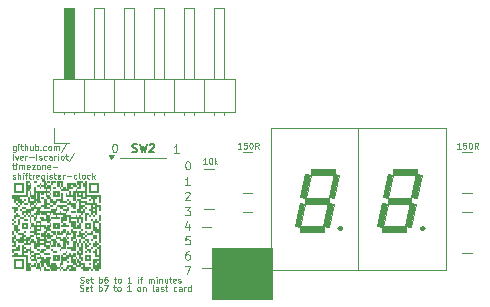
<source format=gbr>
%TF.GenerationSoftware,KiCad,Pcbnew,9.0.1*%
%TF.CreationDate,2025-08-04T21:34:24+02:00*%
%TF.ProjectId,rev1.0,72657631-2e30-42e6-9b69-6361645f7063,rev?*%
%TF.SameCoordinates,Original*%
%TF.FileFunction,Legend,Top*%
%TF.FilePolarity,Positive*%
%FSLAX46Y46*%
G04 Gerber Fmt 4.6, Leading zero omitted, Abs format (unit mm)*
G04 Created by KiCad (PCBNEW 9.0.1) date 2025-08-04 21:34:24*
%MOMM*%
%LPD*%
G01*
G04 APERTURE LIST*
%ADD10C,0.100000*%
%ADD11C,0.150000*%
%ADD12C,0.120000*%
%ADD13C,0.000000*%
%ADD14C,0.250000*%
G04 APERTURE END LIST*
D10*
X219075000Y-106045000D02*
X224155000Y-106045000D01*
X224155000Y-110363000D01*
X219075000Y-110363000D01*
X219075000Y-106045000D01*
G36*
X219075000Y-106045000D02*
G01*
X224155000Y-106045000D01*
X224155000Y-110363000D01*
X219075000Y-110363000D01*
X219075000Y-106045000D01*
G37*
X217213433Y-105030714D02*
X216880099Y-105030714D01*
X216880099Y-105030714D02*
X216846766Y-105364047D01*
X216846766Y-105364047D02*
X216880099Y-105330714D01*
X216880099Y-105330714D02*
X216946766Y-105297381D01*
X216946766Y-105297381D02*
X217113433Y-105297381D01*
X217113433Y-105297381D02*
X217180099Y-105330714D01*
X217180099Y-105330714D02*
X217213433Y-105364047D01*
X217213433Y-105364047D02*
X217246766Y-105430714D01*
X217246766Y-105430714D02*
X217246766Y-105597381D01*
X217246766Y-105597381D02*
X217213433Y-105664047D01*
X217213433Y-105664047D02*
X217180099Y-105697381D01*
X217180099Y-105697381D02*
X217113433Y-105730714D01*
X217113433Y-105730714D02*
X216946766Y-105730714D01*
X216946766Y-105730714D02*
X216880099Y-105697381D01*
X216880099Y-105697381D02*
X216846766Y-105664047D01*
X210825780Y-97207668D02*
X210892446Y-97207668D01*
X210892446Y-97207668D02*
X210959113Y-97241001D01*
X210959113Y-97241001D02*
X210992446Y-97274335D01*
X210992446Y-97274335D02*
X211025780Y-97341001D01*
X211025780Y-97341001D02*
X211059113Y-97474335D01*
X211059113Y-97474335D02*
X211059113Y-97641001D01*
X211059113Y-97641001D02*
X211025780Y-97774335D01*
X211025780Y-97774335D02*
X210992446Y-97841001D01*
X210992446Y-97841001D02*
X210959113Y-97874335D01*
X210959113Y-97874335D02*
X210892446Y-97907668D01*
X210892446Y-97907668D02*
X210825780Y-97907668D01*
X210825780Y-97907668D02*
X210759113Y-97874335D01*
X210759113Y-97874335D02*
X210725780Y-97841001D01*
X210725780Y-97841001D02*
X210692446Y-97774335D01*
X210692446Y-97774335D02*
X210659113Y-97641001D01*
X210659113Y-97641001D02*
X210659113Y-97474335D01*
X210659113Y-97474335D02*
X210692446Y-97341001D01*
X210692446Y-97341001D02*
X210725780Y-97274335D01*
X210725780Y-97274335D02*
X210759113Y-97241001D01*
X210759113Y-97241001D02*
X210825780Y-97207668D01*
X240166669Y-97626439D02*
X239880955Y-97626439D01*
X240023812Y-97626439D02*
X240023812Y-97126439D01*
X240023812Y-97126439D02*
X239976193Y-97197868D01*
X239976193Y-97197868D02*
X239928574Y-97245487D01*
X239928574Y-97245487D02*
X239880955Y-97269296D01*
X240619049Y-97126439D02*
X240380954Y-97126439D01*
X240380954Y-97126439D02*
X240357145Y-97364534D01*
X240357145Y-97364534D02*
X240380954Y-97340725D01*
X240380954Y-97340725D02*
X240428573Y-97316915D01*
X240428573Y-97316915D02*
X240547621Y-97316915D01*
X240547621Y-97316915D02*
X240595240Y-97340725D01*
X240595240Y-97340725D02*
X240619049Y-97364534D01*
X240619049Y-97364534D02*
X240642859Y-97412153D01*
X240642859Y-97412153D02*
X240642859Y-97531201D01*
X240642859Y-97531201D02*
X240619049Y-97578820D01*
X240619049Y-97578820D02*
X240595240Y-97602630D01*
X240595240Y-97602630D02*
X240547621Y-97626439D01*
X240547621Y-97626439D02*
X240428573Y-97626439D01*
X240428573Y-97626439D02*
X240380954Y-97602630D01*
X240380954Y-97602630D02*
X240357145Y-97578820D01*
X240952382Y-97126439D02*
X241000001Y-97126439D01*
X241000001Y-97126439D02*
X241047620Y-97150249D01*
X241047620Y-97150249D02*
X241071430Y-97174058D01*
X241071430Y-97174058D02*
X241095239Y-97221677D01*
X241095239Y-97221677D02*
X241119049Y-97316915D01*
X241119049Y-97316915D02*
X241119049Y-97435963D01*
X241119049Y-97435963D02*
X241095239Y-97531201D01*
X241095239Y-97531201D02*
X241071430Y-97578820D01*
X241071430Y-97578820D02*
X241047620Y-97602630D01*
X241047620Y-97602630D02*
X241000001Y-97626439D01*
X241000001Y-97626439D02*
X240952382Y-97626439D01*
X240952382Y-97626439D02*
X240904763Y-97602630D01*
X240904763Y-97602630D02*
X240880954Y-97578820D01*
X240880954Y-97578820D02*
X240857144Y-97531201D01*
X240857144Y-97531201D02*
X240833335Y-97435963D01*
X240833335Y-97435963D02*
X240833335Y-97316915D01*
X240833335Y-97316915D02*
X240857144Y-97221677D01*
X240857144Y-97221677D02*
X240880954Y-97174058D01*
X240880954Y-97174058D02*
X240904763Y-97150249D01*
X240904763Y-97150249D02*
X240952382Y-97126439D01*
X241619048Y-97626439D02*
X241452382Y-97388344D01*
X241333334Y-97626439D02*
X241333334Y-97126439D01*
X241333334Y-97126439D02*
X241523810Y-97126439D01*
X241523810Y-97126439D02*
X241571429Y-97150249D01*
X241571429Y-97150249D02*
X241595239Y-97174058D01*
X241595239Y-97174058D02*
X241619048Y-97221677D01*
X241619048Y-97221677D02*
X241619048Y-97293106D01*
X241619048Y-97293106D02*
X241595239Y-97340725D01*
X241595239Y-97340725D02*
X241571429Y-97364534D01*
X241571429Y-97364534D02*
X241523810Y-97388344D01*
X241523810Y-97388344D02*
X241333334Y-97388344D01*
X216802797Y-107579751D02*
X217269463Y-107579751D01*
X217269463Y-107579751D02*
X216969463Y-108279751D01*
X216832229Y-101339315D02*
X216865562Y-101305981D01*
X216865562Y-101305981D02*
X216932229Y-101272648D01*
X216932229Y-101272648D02*
X217098896Y-101272648D01*
X217098896Y-101272648D02*
X217165562Y-101305981D01*
X217165562Y-101305981D02*
X217198896Y-101339315D01*
X217198896Y-101339315D02*
X217232229Y-101405981D01*
X217232229Y-101405981D02*
X217232229Y-101472648D01*
X217232229Y-101472648D02*
X217198896Y-101572648D01*
X217198896Y-101572648D02*
X216798896Y-101972648D01*
X216798896Y-101972648D02*
X217232229Y-101972648D01*
X207933027Y-109637800D02*
X208004455Y-109661609D01*
X208004455Y-109661609D02*
X208123503Y-109661609D01*
X208123503Y-109661609D02*
X208171122Y-109637800D01*
X208171122Y-109637800D02*
X208194931Y-109613990D01*
X208194931Y-109613990D02*
X208218741Y-109566371D01*
X208218741Y-109566371D02*
X208218741Y-109518752D01*
X208218741Y-109518752D02*
X208194931Y-109471133D01*
X208194931Y-109471133D02*
X208171122Y-109447323D01*
X208171122Y-109447323D02*
X208123503Y-109423514D01*
X208123503Y-109423514D02*
X208028265Y-109399704D01*
X208028265Y-109399704D02*
X207980646Y-109375895D01*
X207980646Y-109375895D02*
X207956836Y-109352085D01*
X207956836Y-109352085D02*
X207933027Y-109304466D01*
X207933027Y-109304466D02*
X207933027Y-109256847D01*
X207933027Y-109256847D02*
X207956836Y-109209228D01*
X207956836Y-109209228D02*
X207980646Y-109185419D01*
X207980646Y-109185419D02*
X208028265Y-109161609D01*
X208028265Y-109161609D02*
X208147312Y-109161609D01*
X208147312Y-109161609D02*
X208218741Y-109185419D01*
X208623502Y-109637800D02*
X208575883Y-109661609D01*
X208575883Y-109661609D02*
X208480645Y-109661609D01*
X208480645Y-109661609D02*
X208433026Y-109637800D01*
X208433026Y-109637800D02*
X208409217Y-109590180D01*
X208409217Y-109590180D02*
X208409217Y-109399704D01*
X208409217Y-109399704D02*
X208433026Y-109352085D01*
X208433026Y-109352085D02*
X208480645Y-109328276D01*
X208480645Y-109328276D02*
X208575883Y-109328276D01*
X208575883Y-109328276D02*
X208623502Y-109352085D01*
X208623502Y-109352085D02*
X208647312Y-109399704D01*
X208647312Y-109399704D02*
X208647312Y-109447323D01*
X208647312Y-109447323D02*
X208409217Y-109494942D01*
X208790169Y-109328276D02*
X208980645Y-109328276D01*
X208861597Y-109161609D02*
X208861597Y-109590180D01*
X208861597Y-109590180D02*
X208885407Y-109637800D01*
X208885407Y-109637800D02*
X208933026Y-109661609D01*
X208933026Y-109661609D02*
X208980645Y-109661609D01*
X209528263Y-109661609D02*
X209528263Y-109161609D01*
X209528263Y-109352085D02*
X209575882Y-109328276D01*
X209575882Y-109328276D02*
X209671120Y-109328276D01*
X209671120Y-109328276D02*
X209718739Y-109352085D01*
X209718739Y-109352085D02*
X209742549Y-109375895D01*
X209742549Y-109375895D02*
X209766358Y-109423514D01*
X209766358Y-109423514D02*
X209766358Y-109566371D01*
X209766358Y-109566371D02*
X209742549Y-109613990D01*
X209742549Y-109613990D02*
X209718739Y-109637800D01*
X209718739Y-109637800D02*
X209671120Y-109661609D01*
X209671120Y-109661609D02*
X209575882Y-109661609D01*
X209575882Y-109661609D02*
X209528263Y-109637800D01*
X209933025Y-109161609D02*
X210266358Y-109161609D01*
X210266358Y-109161609D02*
X210052073Y-109661609D01*
X210766358Y-109328276D02*
X210956834Y-109328276D01*
X210837786Y-109161609D02*
X210837786Y-109590180D01*
X210837786Y-109590180D02*
X210861596Y-109637800D01*
X210861596Y-109637800D02*
X210909215Y-109661609D01*
X210909215Y-109661609D02*
X210956834Y-109661609D01*
X211194929Y-109661609D02*
X211147310Y-109637800D01*
X211147310Y-109637800D02*
X211123500Y-109613990D01*
X211123500Y-109613990D02*
X211099691Y-109566371D01*
X211099691Y-109566371D02*
X211099691Y-109423514D01*
X211099691Y-109423514D02*
X211123500Y-109375895D01*
X211123500Y-109375895D02*
X211147310Y-109352085D01*
X211147310Y-109352085D02*
X211194929Y-109328276D01*
X211194929Y-109328276D02*
X211266357Y-109328276D01*
X211266357Y-109328276D02*
X211313976Y-109352085D01*
X211313976Y-109352085D02*
X211337786Y-109375895D01*
X211337786Y-109375895D02*
X211361595Y-109423514D01*
X211361595Y-109423514D02*
X211361595Y-109566371D01*
X211361595Y-109566371D02*
X211337786Y-109613990D01*
X211337786Y-109613990D02*
X211313976Y-109637800D01*
X211313976Y-109637800D02*
X211266357Y-109661609D01*
X211266357Y-109661609D02*
X211194929Y-109661609D01*
X212218738Y-109661609D02*
X211933024Y-109661609D01*
X212075881Y-109661609D02*
X212075881Y-109161609D01*
X212075881Y-109161609D02*
X212028262Y-109233038D01*
X212028262Y-109233038D02*
X211980643Y-109280657D01*
X211980643Y-109280657D02*
X211933024Y-109304466D01*
X212885404Y-109661609D02*
X212837785Y-109637800D01*
X212837785Y-109637800D02*
X212813975Y-109613990D01*
X212813975Y-109613990D02*
X212790166Y-109566371D01*
X212790166Y-109566371D02*
X212790166Y-109423514D01*
X212790166Y-109423514D02*
X212813975Y-109375895D01*
X212813975Y-109375895D02*
X212837785Y-109352085D01*
X212837785Y-109352085D02*
X212885404Y-109328276D01*
X212885404Y-109328276D02*
X212956832Y-109328276D01*
X212956832Y-109328276D02*
X213004451Y-109352085D01*
X213004451Y-109352085D02*
X213028261Y-109375895D01*
X213028261Y-109375895D02*
X213052070Y-109423514D01*
X213052070Y-109423514D02*
X213052070Y-109566371D01*
X213052070Y-109566371D02*
X213028261Y-109613990D01*
X213028261Y-109613990D02*
X213004451Y-109637800D01*
X213004451Y-109637800D02*
X212956832Y-109661609D01*
X212956832Y-109661609D02*
X212885404Y-109661609D01*
X213266356Y-109328276D02*
X213266356Y-109661609D01*
X213266356Y-109375895D02*
X213290166Y-109352085D01*
X213290166Y-109352085D02*
X213337785Y-109328276D01*
X213337785Y-109328276D02*
X213409213Y-109328276D01*
X213409213Y-109328276D02*
X213456832Y-109352085D01*
X213456832Y-109352085D02*
X213480642Y-109399704D01*
X213480642Y-109399704D02*
X213480642Y-109661609D01*
X214171118Y-109661609D02*
X214123499Y-109637800D01*
X214123499Y-109637800D02*
X214099689Y-109590180D01*
X214099689Y-109590180D02*
X214099689Y-109161609D01*
X214575880Y-109661609D02*
X214575880Y-109399704D01*
X214575880Y-109399704D02*
X214552070Y-109352085D01*
X214552070Y-109352085D02*
X214504451Y-109328276D01*
X214504451Y-109328276D02*
X214409213Y-109328276D01*
X214409213Y-109328276D02*
X214361594Y-109352085D01*
X214575880Y-109637800D02*
X214528261Y-109661609D01*
X214528261Y-109661609D02*
X214409213Y-109661609D01*
X214409213Y-109661609D02*
X214361594Y-109637800D01*
X214361594Y-109637800D02*
X214337785Y-109590180D01*
X214337785Y-109590180D02*
X214337785Y-109542561D01*
X214337785Y-109542561D02*
X214361594Y-109494942D01*
X214361594Y-109494942D02*
X214409213Y-109471133D01*
X214409213Y-109471133D02*
X214528261Y-109471133D01*
X214528261Y-109471133D02*
X214575880Y-109447323D01*
X214790166Y-109637800D02*
X214837785Y-109661609D01*
X214837785Y-109661609D02*
X214933023Y-109661609D01*
X214933023Y-109661609D02*
X214980642Y-109637800D01*
X214980642Y-109637800D02*
X215004451Y-109590180D01*
X215004451Y-109590180D02*
X215004451Y-109566371D01*
X215004451Y-109566371D02*
X214980642Y-109518752D01*
X214980642Y-109518752D02*
X214933023Y-109494942D01*
X214933023Y-109494942D02*
X214861594Y-109494942D01*
X214861594Y-109494942D02*
X214813975Y-109471133D01*
X214813975Y-109471133D02*
X214790166Y-109423514D01*
X214790166Y-109423514D02*
X214790166Y-109399704D01*
X214790166Y-109399704D02*
X214813975Y-109352085D01*
X214813975Y-109352085D02*
X214861594Y-109328276D01*
X214861594Y-109328276D02*
X214933023Y-109328276D01*
X214933023Y-109328276D02*
X214980642Y-109352085D01*
X215147309Y-109328276D02*
X215337785Y-109328276D01*
X215218737Y-109161609D02*
X215218737Y-109590180D01*
X215218737Y-109590180D02*
X215242547Y-109637800D01*
X215242547Y-109637800D02*
X215290166Y-109661609D01*
X215290166Y-109661609D02*
X215337785Y-109661609D01*
X216099689Y-109637800D02*
X216052070Y-109661609D01*
X216052070Y-109661609D02*
X215956832Y-109661609D01*
X215956832Y-109661609D02*
X215909213Y-109637800D01*
X215909213Y-109637800D02*
X215885403Y-109613990D01*
X215885403Y-109613990D02*
X215861594Y-109566371D01*
X215861594Y-109566371D02*
X215861594Y-109423514D01*
X215861594Y-109423514D02*
X215885403Y-109375895D01*
X215885403Y-109375895D02*
X215909213Y-109352085D01*
X215909213Y-109352085D02*
X215956832Y-109328276D01*
X215956832Y-109328276D02*
X216052070Y-109328276D01*
X216052070Y-109328276D02*
X216099689Y-109352085D01*
X216528260Y-109661609D02*
X216528260Y-109399704D01*
X216528260Y-109399704D02*
X216504450Y-109352085D01*
X216504450Y-109352085D02*
X216456831Y-109328276D01*
X216456831Y-109328276D02*
X216361593Y-109328276D01*
X216361593Y-109328276D02*
X216313974Y-109352085D01*
X216528260Y-109637800D02*
X216480641Y-109661609D01*
X216480641Y-109661609D02*
X216361593Y-109661609D01*
X216361593Y-109661609D02*
X216313974Y-109637800D01*
X216313974Y-109637800D02*
X216290165Y-109590180D01*
X216290165Y-109590180D02*
X216290165Y-109542561D01*
X216290165Y-109542561D02*
X216313974Y-109494942D01*
X216313974Y-109494942D02*
X216361593Y-109471133D01*
X216361593Y-109471133D02*
X216480641Y-109471133D01*
X216480641Y-109471133D02*
X216528260Y-109447323D01*
X216766355Y-109661609D02*
X216766355Y-109328276D01*
X216766355Y-109423514D02*
X216790165Y-109375895D01*
X216790165Y-109375895D02*
X216813974Y-109352085D01*
X216813974Y-109352085D02*
X216861593Y-109328276D01*
X216861593Y-109328276D02*
X216909212Y-109328276D01*
X217290165Y-109661609D02*
X217290165Y-109161609D01*
X217290165Y-109637800D02*
X217242546Y-109661609D01*
X217242546Y-109661609D02*
X217147308Y-109661609D01*
X217147308Y-109661609D02*
X217099689Y-109637800D01*
X217099689Y-109637800D02*
X217075879Y-109613990D01*
X217075879Y-109613990D02*
X217052070Y-109566371D01*
X217052070Y-109566371D02*
X217052070Y-109423514D01*
X217052070Y-109423514D02*
X217075879Y-109375895D01*
X217075879Y-109375895D02*
X217099689Y-109352085D01*
X217099689Y-109352085D02*
X217147308Y-109328276D01*
X217147308Y-109328276D02*
X217242546Y-109328276D01*
X217242546Y-109328276D02*
X217290165Y-109352085D01*
X218660344Y-98910565D02*
X218374630Y-98910565D01*
X218517487Y-98910565D02*
X218517487Y-98410565D01*
X218517487Y-98410565D02*
X218469868Y-98481994D01*
X218469868Y-98481994D02*
X218422249Y-98529613D01*
X218422249Y-98529613D02*
X218374630Y-98553422D01*
X218969867Y-98410565D02*
X219017486Y-98410565D01*
X219017486Y-98410565D02*
X219065105Y-98434375D01*
X219065105Y-98434375D02*
X219088915Y-98458184D01*
X219088915Y-98458184D02*
X219112724Y-98505803D01*
X219112724Y-98505803D02*
X219136534Y-98601041D01*
X219136534Y-98601041D02*
X219136534Y-98720089D01*
X219136534Y-98720089D02*
X219112724Y-98815327D01*
X219112724Y-98815327D02*
X219088915Y-98862946D01*
X219088915Y-98862946D02*
X219065105Y-98886756D01*
X219065105Y-98886756D02*
X219017486Y-98910565D01*
X219017486Y-98910565D02*
X218969867Y-98910565D01*
X218969867Y-98910565D02*
X218922248Y-98886756D01*
X218922248Y-98886756D02*
X218898439Y-98862946D01*
X218898439Y-98862946D02*
X218874629Y-98815327D01*
X218874629Y-98815327D02*
X218850820Y-98720089D01*
X218850820Y-98720089D02*
X218850820Y-98601041D01*
X218850820Y-98601041D02*
X218874629Y-98505803D01*
X218874629Y-98505803D02*
X218898439Y-98458184D01*
X218898439Y-98458184D02*
X218922248Y-98434375D01*
X218922248Y-98434375D02*
X218969867Y-98410565D01*
X219350819Y-98910565D02*
X219350819Y-98410565D01*
X219398438Y-98720089D02*
X219541295Y-98910565D01*
X219541295Y-98577232D02*
X219350819Y-98767708D01*
X217180099Y-104011237D02*
X217180099Y-104477904D01*
X217013433Y-103744571D02*
X216846766Y-104244571D01*
X216846766Y-104244571D02*
X217280099Y-104244571D01*
X217176198Y-106320207D02*
X217042865Y-106320207D01*
X217042865Y-106320207D02*
X216976198Y-106353540D01*
X216976198Y-106353540D02*
X216942865Y-106386874D01*
X216942865Y-106386874D02*
X216876198Y-106486874D01*
X216876198Y-106486874D02*
X216842865Y-106620207D01*
X216842865Y-106620207D02*
X216842865Y-106886874D01*
X216842865Y-106886874D02*
X216876198Y-106953540D01*
X216876198Y-106953540D02*
X216909532Y-106986874D01*
X216909532Y-106986874D02*
X216976198Y-107020207D01*
X216976198Y-107020207D02*
X217109532Y-107020207D01*
X217109532Y-107020207D02*
X217176198Y-106986874D01*
X217176198Y-106986874D02*
X217209532Y-106953540D01*
X217209532Y-106953540D02*
X217242865Y-106886874D01*
X217242865Y-106886874D02*
X217242865Y-106720207D01*
X217242865Y-106720207D02*
X217209532Y-106653540D01*
X217209532Y-106653540D02*
X217176198Y-106620207D01*
X217176198Y-106620207D02*
X217109532Y-106586874D01*
X217109532Y-106586874D02*
X216976198Y-106586874D01*
X216976198Y-106586874D02*
X216909532Y-106620207D01*
X216909532Y-106620207D02*
X216876198Y-106653540D01*
X216876198Y-106653540D02*
X216842865Y-106720207D01*
X217232229Y-100689529D02*
X216832229Y-100689529D01*
X217032229Y-100689529D02*
X217032229Y-99989529D01*
X217032229Y-99989529D02*
X216965562Y-100089529D01*
X216965562Y-100089529D02*
X216898896Y-100156196D01*
X216898896Y-100156196D02*
X216832229Y-100189529D01*
X221592827Y-97614817D02*
X221307113Y-97614817D01*
X221449970Y-97614817D02*
X221449970Y-97114817D01*
X221449970Y-97114817D02*
X221402351Y-97186246D01*
X221402351Y-97186246D02*
X221354732Y-97233865D01*
X221354732Y-97233865D02*
X221307113Y-97257674D01*
X222045207Y-97114817D02*
X221807112Y-97114817D01*
X221807112Y-97114817D02*
X221783303Y-97352912D01*
X221783303Y-97352912D02*
X221807112Y-97329103D01*
X221807112Y-97329103D02*
X221854731Y-97305293D01*
X221854731Y-97305293D02*
X221973779Y-97305293D01*
X221973779Y-97305293D02*
X222021398Y-97329103D01*
X222021398Y-97329103D02*
X222045207Y-97352912D01*
X222045207Y-97352912D02*
X222069017Y-97400531D01*
X222069017Y-97400531D02*
X222069017Y-97519579D01*
X222069017Y-97519579D02*
X222045207Y-97567198D01*
X222045207Y-97567198D02*
X222021398Y-97591008D01*
X222021398Y-97591008D02*
X221973779Y-97614817D01*
X221973779Y-97614817D02*
X221854731Y-97614817D01*
X221854731Y-97614817D02*
X221807112Y-97591008D01*
X221807112Y-97591008D02*
X221783303Y-97567198D01*
X222378540Y-97114817D02*
X222426159Y-97114817D01*
X222426159Y-97114817D02*
X222473778Y-97138627D01*
X222473778Y-97138627D02*
X222497588Y-97162436D01*
X222497588Y-97162436D02*
X222521397Y-97210055D01*
X222521397Y-97210055D02*
X222545207Y-97305293D01*
X222545207Y-97305293D02*
X222545207Y-97424341D01*
X222545207Y-97424341D02*
X222521397Y-97519579D01*
X222521397Y-97519579D02*
X222497588Y-97567198D01*
X222497588Y-97567198D02*
X222473778Y-97591008D01*
X222473778Y-97591008D02*
X222426159Y-97614817D01*
X222426159Y-97614817D02*
X222378540Y-97614817D01*
X222378540Y-97614817D02*
X222330921Y-97591008D01*
X222330921Y-97591008D02*
X222307112Y-97567198D01*
X222307112Y-97567198D02*
X222283302Y-97519579D01*
X222283302Y-97519579D02*
X222259493Y-97424341D01*
X222259493Y-97424341D02*
X222259493Y-97305293D01*
X222259493Y-97305293D02*
X222283302Y-97210055D01*
X222283302Y-97210055D02*
X222307112Y-97162436D01*
X222307112Y-97162436D02*
X222330921Y-97138627D01*
X222330921Y-97138627D02*
X222378540Y-97114817D01*
X223045206Y-97614817D02*
X222878540Y-97376722D01*
X222759492Y-97614817D02*
X222759492Y-97114817D01*
X222759492Y-97114817D02*
X222949968Y-97114817D01*
X222949968Y-97114817D02*
X222997587Y-97138627D01*
X222997587Y-97138627D02*
X223021397Y-97162436D01*
X223021397Y-97162436D02*
X223045206Y-97210055D01*
X223045206Y-97210055D02*
X223045206Y-97281484D01*
X223045206Y-97281484D02*
X223021397Y-97329103D01*
X223021397Y-97329103D02*
X222997587Y-97352912D01*
X222997587Y-97352912D02*
X222949968Y-97376722D01*
X222949968Y-97376722D02*
X222759492Y-97376722D01*
X202482450Y-97415382D02*
X202482450Y-97820144D01*
X202482450Y-97820144D02*
X202458640Y-97867763D01*
X202458640Y-97867763D02*
X202434831Y-97891572D01*
X202434831Y-97891572D02*
X202387212Y-97915382D01*
X202387212Y-97915382D02*
X202315783Y-97915382D01*
X202315783Y-97915382D02*
X202268164Y-97891572D01*
X202482450Y-97724906D02*
X202434831Y-97748715D01*
X202434831Y-97748715D02*
X202339593Y-97748715D01*
X202339593Y-97748715D02*
X202291974Y-97724906D01*
X202291974Y-97724906D02*
X202268164Y-97701096D01*
X202268164Y-97701096D02*
X202244355Y-97653477D01*
X202244355Y-97653477D02*
X202244355Y-97510620D01*
X202244355Y-97510620D02*
X202268164Y-97463001D01*
X202268164Y-97463001D02*
X202291974Y-97439191D01*
X202291974Y-97439191D02*
X202339593Y-97415382D01*
X202339593Y-97415382D02*
X202434831Y-97415382D01*
X202434831Y-97415382D02*
X202482450Y-97439191D01*
X202720545Y-97748715D02*
X202720545Y-97415382D01*
X202720545Y-97248715D02*
X202696736Y-97272525D01*
X202696736Y-97272525D02*
X202720545Y-97296334D01*
X202720545Y-97296334D02*
X202744355Y-97272525D01*
X202744355Y-97272525D02*
X202720545Y-97248715D01*
X202720545Y-97248715D02*
X202720545Y-97296334D01*
X202887212Y-97415382D02*
X203077688Y-97415382D01*
X202958640Y-97248715D02*
X202958640Y-97677286D01*
X202958640Y-97677286D02*
X202982450Y-97724906D01*
X202982450Y-97724906D02*
X203030069Y-97748715D01*
X203030069Y-97748715D02*
X203077688Y-97748715D01*
X203244354Y-97748715D02*
X203244354Y-97248715D01*
X203458640Y-97748715D02*
X203458640Y-97486810D01*
X203458640Y-97486810D02*
X203434830Y-97439191D01*
X203434830Y-97439191D02*
X203387211Y-97415382D01*
X203387211Y-97415382D02*
X203315783Y-97415382D01*
X203315783Y-97415382D02*
X203268164Y-97439191D01*
X203268164Y-97439191D02*
X203244354Y-97463001D01*
X203911021Y-97415382D02*
X203911021Y-97748715D01*
X203696735Y-97415382D02*
X203696735Y-97677286D01*
X203696735Y-97677286D02*
X203720545Y-97724906D01*
X203720545Y-97724906D02*
X203768164Y-97748715D01*
X203768164Y-97748715D02*
X203839592Y-97748715D01*
X203839592Y-97748715D02*
X203887211Y-97724906D01*
X203887211Y-97724906D02*
X203911021Y-97701096D01*
X204149116Y-97748715D02*
X204149116Y-97248715D01*
X204149116Y-97439191D02*
X204196735Y-97415382D01*
X204196735Y-97415382D02*
X204291973Y-97415382D01*
X204291973Y-97415382D02*
X204339592Y-97439191D01*
X204339592Y-97439191D02*
X204363402Y-97463001D01*
X204363402Y-97463001D02*
X204387211Y-97510620D01*
X204387211Y-97510620D02*
X204387211Y-97653477D01*
X204387211Y-97653477D02*
X204363402Y-97701096D01*
X204363402Y-97701096D02*
X204339592Y-97724906D01*
X204339592Y-97724906D02*
X204291973Y-97748715D01*
X204291973Y-97748715D02*
X204196735Y-97748715D01*
X204196735Y-97748715D02*
X204149116Y-97724906D01*
X204601497Y-97701096D02*
X204625307Y-97724906D01*
X204625307Y-97724906D02*
X204601497Y-97748715D01*
X204601497Y-97748715D02*
X204577688Y-97724906D01*
X204577688Y-97724906D02*
X204601497Y-97701096D01*
X204601497Y-97701096D02*
X204601497Y-97748715D01*
X205053878Y-97724906D02*
X205006259Y-97748715D01*
X205006259Y-97748715D02*
X204911021Y-97748715D01*
X204911021Y-97748715D02*
X204863402Y-97724906D01*
X204863402Y-97724906D02*
X204839592Y-97701096D01*
X204839592Y-97701096D02*
X204815783Y-97653477D01*
X204815783Y-97653477D02*
X204815783Y-97510620D01*
X204815783Y-97510620D02*
X204839592Y-97463001D01*
X204839592Y-97463001D02*
X204863402Y-97439191D01*
X204863402Y-97439191D02*
X204911021Y-97415382D01*
X204911021Y-97415382D02*
X205006259Y-97415382D01*
X205006259Y-97415382D02*
X205053878Y-97439191D01*
X205339592Y-97748715D02*
X205291973Y-97724906D01*
X205291973Y-97724906D02*
X205268163Y-97701096D01*
X205268163Y-97701096D02*
X205244354Y-97653477D01*
X205244354Y-97653477D02*
X205244354Y-97510620D01*
X205244354Y-97510620D02*
X205268163Y-97463001D01*
X205268163Y-97463001D02*
X205291973Y-97439191D01*
X205291973Y-97439191D02*
X205339592Y-97415382D01*
X205339592Y-97415382D02*
X205411020Y-97415382D01*
X205411020Y-97415382D02*
X205458639Y-97439191D01*
X205458639Y-97439191D02*
X205482449Y-97463001D01*
X205482449Y-97463001D02*
X205506258Y-97510620D01*
X205506258Y-97510620D02*
X205506258Y-97653477D01*
X205506258Y-97653477D02*
X205482449Y-97701096D01*
X205482449Y-97701096D02*
X205458639Y-97724906D01*
X205458639Y-97724906D02*
X205411020Y-97748715D01*
X205411020Y-97748715D02*
X205339592Y-97748715D01*
X205720544Y-97748715D02*
X205720544Y-97415382D01*
X205720544Y-97463001D02*
X205744354Y-97439191D01*
X205744354Y-97439191D02*
X205791973Y-97415382D01*
X205791973Y-97415382D02*
X205863401Y-97415382D01*
X205863401Y-97415382D02*
X205911020Y-97439191D01*
X205911020Y-97439191D02*
X205934830Y-97486810D01*
X205934830Y-97486810D02*
X205934830Y-97748715D01*
X205934830Y-97486810D02*
X205958639Y-97439191D01*
X205958639Y-97439191D02*
X206006258Y-97415382D01*
X206006258Y-97415382D02*
X206077687Y-97415382D01*
X206077687Y-97415382D02*
X206125306Y-97439191D01*
X206125306Y-97439191D02*
X206149116Y-97486810D01*
X206149116Y-97486810D02*
X206149116Y-97748715D01*
X206744354Y-97224906D02*
X206315783Y-97867763D01*
X202268164Y-98553687D02*
X202268164Y-98053687D01*
X202458640Y-98220354D02*
X202577688Y-98553687D01*
X202577688Y-98553687D02*
X202696735Y-98220354D01*
X203077687Y-98529878D02*
X203030068Y-98553687D01*
X203030068Y-98553687D02*
X202934830Y-98553687D01*
X202934830Y-98553687D02*
X202887211Y-98529878D01*
X202887211Y-98529878D02*
X202863402Y-98482258D01*
X202863402Y-98482258D02*
X202863402Y-98291782D01*
X202863402Y-98291782D02*
X202887211Y-98244163D01*
X202887211Y-98244163D02*
X202934830Y-98220354D01*
X202934830Y-98220354D02*
X203030068Y-98220354D01*
X203030068Y-98220354D02*
X203077687Y-98244163D01*
X203077687Y-98244163D02*
X203101497Y-98291782D01*
X203101497Y-98291782D02*
X203101497Y-98339401D01*
X203101497Y-98339401D02*
X202863402Y-98387020D01*
X203315782Y-98553687D02*
X203315782Y-98220354D01*
X203315782Y-98315592D02*
X203339592Y-98267973D01*
X203339592Y-98267973D02*
X203363401Y-98244163D01*
X203363401Y-98244163D02*
X203411020Y-98220354D01*
X203411020Y-98220354D02*
X203458639Y-98220354D01*
X203625306Y-98363211D02*
X204006259Y-98363211D01*
X204244354Y-98553687D02*
X204244354Y-98053687D01*
X204458640Y-98529878D02*
X204506259Y-98553687D01*
X204506259Y-98553687D02*
X204601497Y-98553687D01*
X204601497Y-98553687D02*
X204649116Y-98529878D01*
X204649116Y-98529878D02*
X204672925Y-98482258D01*
X204672925Y-98482258D02*
X204672925Y-98458449D01*
X204672925Y-98458449D02*
X204649116Y-98410830D01*
X204649116Y-98410830D02*
X204601497Y-98387020D01*
X204601497Y-98387020D02*
X204530068Y-98387020D01*
X204530068Y-98387020D02*
X204482449Y-98363211D01*
X204482449Y-98363211D02*
X204458640Y-98315592D01*
X204458640Y-98315592D02*
X204458640Y-98291782D01*
X204458640Y-98291782D02*
X204482449Y-98244163D01*
X204482449Y-98244163D02*
X204530068Y-98220354D01*
X204530068Y-98220354D02*
X204601497Y-98220354D01*
X204601497Y-98220354D02*
X204649116Y-98244163D01*
X205101497Y-98529878D02*
X205053878Y-98553687D01*
X205053878Y-98553687D02*
X204958640Y-98553687D01*
X204958640Y-98553687D02*
X204911021Y-98529878D01*
X204911021Y-98529878D02*
X204887211Y-98506068D01*
X204887211Y-98506068D02*
X204863402Y-98458449D01*
X204863402Y-98458449D02*
X204863402Y-98315592D01*
X204863402Y-98315592D02*
X204887211Y-98267973D01*
X204887211Y-98267973D02*
X204911021Y-98244163D01*
X204911021Y-98244163D02*
X204958640Y-98220354D01*
X204958640Y-98220354D02*
X205053878Y-98220354D01*
X205053878Y-98220354D02*
X205101497Y-98244163D01*
X205530068Y-98553687D02*
X205530068Y-98291782D01*
X205530068Y-98291782D02*
X205506258Y-98244163D01*
X205506258Y-98244163D02*
X205458639Y-98220354D01*
X205458639Y-98220354D02*
X205363401Y-98220354D01*
X205363401Y-98220354D02*
X205315782Y-98244163D01*
X205530068Y-98529878D02*
X205482449Y-98553687D01*
X205482449Y-98553687D02*
X205363401Y-98553687D01*
X205363401Y-98553687D02*
X205315782Y-98529878D01*
X205315782Y-98529878D02*
X205291973Y-98482258D01*
X205291973Y-98482258D02*
X205291973Y-98434639D01*
X205291973Y-98434639D02*
X205315782Y-98387020D01*
X205315782Y-98387020D02*
X205363401Y-98363211D01*
X205363401Y-98363211D02*
X205482449Y-98363211D01*
X205482449Y-98363211D02*
X205530068Y-98339401D01*
X205768163Y-98553687D02*
X205768163Y-98220354D01*
X205768163Y-98315592D02*
X205791973Y-98267973D01*
X205791973Y-98267973D02*
X205815782Y-98244163D01*
X205815782Y-98244163D02*
X205863401Y-98220354D01*
X205863401Y-98220354D02*
X205911020Y-98220354D01*
X206077687Y-98553687D02*
X206077687Y-98220354D01*
X206077687Y-98053687D02*
X206053878Y-98077497D01*
X206053878Y-98077497D02*
X206077687Y-98101306D01*
X206077687Y-98101306D02*
X206101497Y-98077497D01*
X206101497Y-98077497D02*
X206077687Y-98053687D01*
X206077687Y-98053687D02*
X206077687Y-98101306D01*
X206387211Y-98553687D02*
X206339592Y-98529878D01*
X206339592Y-98529878D02*
X206315782Y-98506068D01*
X206315782Y-98506068D02*
X206291973Y-98458449D01*
X206291973Y-98458449D02*
X206291973Y-98315592D01*
X206291973Y-98315592D02*
X206315782Y-98267973D01*
X206315782Y-98267973D02*
X206339592Y-98244163D01*
X206339592Y-98244163D02*
X206387211Y-98220354D01*
X206387211Y-98220354D02*
X206458639Y-98220354D01*
X206458639Y-98220354D02*
X206506258Y-98244163D01*
X206506258Y-98244163D02*
X206530068Y-98267973D01*
X206530068Y-98267973D02*
X206553877Y-98315592D01*
X206553877Y-98315592D02*
X206553877Y-98458449D01*
X206553877Y-98458449D02*
X206530068Y-98506068D01*
X206530068Y-98506068D02*
X206506258Y-98529878D01*
X206506258Y-98529878D02*
X206458639Y-98553687D01*
X206458639Y-98553687D02*
X206387211Y-98553687D01*
X206696735Y-98220354D02*
X206887211Y-98220354D01*
X206768163Y-98053687D02*
X206768163Y-98482258D01*
X206768163Y-98482258D02*
X206791973Y-98529878D01*
X206791973Y-98529878D02*
X206839592Y-98553687D01*
X206839592Y-98553687D02*
X206887211Y-98553687D01*
X207411020Y-98029878D02*
X206982449Y-98672735D01*
X202196736Y-99025326D02*
X202387212Y-99025326D01*
X202268164Y-98858659D02*
X202268164Y-99287230D01*
X202268164Y-99287230D02*
X202291974Y-99334850D01*
X202291974Y-99334850D02*
X202339593Y-99358659D01*
X202339593Y-99358659D02*
X202387212Y-99358659D01*
X202553878Y-99358659D02*
X202553878Y-99025326D01*
X202553878Y-98858659D02*
X202530069Y-98882469D01*
X202530069Y-98882469D02*
X202553878Y-98906278D01*
X202553878Y-98906278D02*
X202577688Y-98882469D01*
X202577688Y-98882469D02*
X202553878Y-98858659D01*
X202553878Y-98858659D02*
X202553878Y-98906278D01*
X202791973Y-99358659D02*
X202791973Y-99025326D01*
X202791973Y-99072945D02*
X202815783Y-99049135D01*
X202815783Y-99049135D02*
X202863402Y-99025326D01*
X202863402Y-99025326D02*
X202934830Y-99025326D01*
X202934830Y-99025326D02*
X202982449Y-99049135D01*
X202982449Y-99049135D02*
X203006259Y-99096754D01*
X203006259Y-99096754D02*
X203006259Y-99358659D01*
X203006259Y-99096754D02*
X203030068Y-99049135D01*
X203030068Y-99049135D02*
X203077687Y-99025326D01*
X203077687Y-99025326D02*
X203149116Y-99025326D01*
X203149116Y-99025326D02*
X203196735Y-99049135D01*
X203196735Y-99049135D02*
X203220545Y-99096754D01*
X203220545Y-99096754D02*
X203220545Y-99358659D01*
X203649116Y-99334850D02*
X203601497Y-99358659D01*
X203601497Y-99358659D02*
X203506259Y-99358659D01*
X203506259Y-99358659D02*
X203458640Y-99334850D01*
X203458640Y-99334850D02*
X203434831Y-99287230D01*
X203434831Y-99287230D02*
X203434831Y-99096754D01*
X203434831Y-99096754D02*
X203458640Y-99049135D01*
X203458640Y-99049135D02*
X203506259Y-99025326D01*
X203506259Y-99025326D02*
X203601497Y-99025326D01*
X203601497Y-99025326D02*
X203649116Y-99049135D01*
X203649116Y-99049135D02*
X203672926Y-99096754D01*
X203672926Y-99096754D02*
X203672926Y-99144373D01*
X203672926Y-99144373D02*
X203434831Y-99191992D01*
X203839592Y-99025326D02*
X204101497Y-99025326D01*
X204101497Y-99025326D02*
X203839592Y-99358659D01*
X203839592Y-99358659D02*
X204101497Y-99358659D01*
X204363402Y-99358659D02*
X204315783Y-99334850D01*
X204315783Y-99334850D02*
X204291973Y-99311040D01*
X204291973Y-99311040D02*
X204268164Y-99263421D01*
X204268164Y-99263421D02*
X204268164Y-99120564D01*
X204268164Y-99120564D02*
X204291973Y-99072945D01*
X204291973Y-99072945D02*
X204315783Y-99049135D01*
X204315783Y-99049135D02*
X204363402Y-99025326D01*
X204363402Y-99025326D02*
X204434830Y-99025326D01*
X204434830Y-99025326D02*
X204482449Y-99049135D01*
X204482449Y-99049135D02*
X204506259Y-99072945D01*
X204506259Y-99072945D02*
X204530068Y-99120564D01*
X204530068Y-99120564D02*
X204530068Y-99263421D01*
X204530068Y-99263421D02*
X204506259Y-99311040D01*
X204506259Y-99311040D02*
X204482449Y-99334850D01*
X204482449Y-99334850D02*
X204434830Y-99358659D01*
X204434830Y-99358659D02*
X204363402Y-99358659D01*
X204744354Y-99025326D02*
X204744354Y-99358659D01*
X204744354Y-99072945D02*
X204768164Y-99049135D01*
X204768164Y-99049135D02*
X204815783Y-99025326D01*
X204815783Y-99025326D02*
X204887211Y-99025326D01*
X204887211Y-99025326D02*
X204934830Y-99049135D01*
X204934830Y-99049135D02*
X204958640Y-99096754D01*
X204958640Y-99096754D02*
X204958640Y-99358659D01*
X205387211Y-99334850D02*
X205339592Y-99358659D01*
X205339592Y-99358659D02*
X205244354Y-99358659D01*
X205244354Y-99358659D02*
X205196735Y-99334850D01*
X205196735Y-99334850D02*
X205172926Y-99287230D01*
X205172926Y-99287230D02*
X205172926Y-99096754D01*
X205172926Y-99096754D02*
X205196735Y-99049135D01*
X205196735Y-99049135D02*
X205244354Y-99025326D01*
X205244354Y-99025326D02*
X205339592Y-99025326D01*
X205339592Y-99025326D02*
X205387211Y-99049135D01*
X205387211Y-99049135D02*
X205411021Y-99096754D01*
X205411021Y-99096754D02*
X205411021Y-99144373D01*
X205411021Y-99144373D02*
X205172926Y-99191992D01*
X205625306Y-99168183D02*
X206006259Y-99168183D01*
X202244355Y-100139822D02*
X202291974Y-100163631D01*
X202291974Y-100163631D02*
X202387212Y-100163631D01*
X202387212Y-100163631D02*
X202434831Y-100139822D01*
X202434831Y-100139822D02*
X202458640Y-100092202D01*
X202458640Y-100092202D02*
X202458640Y-100068393D01*
X202458640Y-100068393D02*
X202434831Y-100020774D01*
X202434831Y-100020774D02*
X202387212Y-99996964D01*
X202387212Y-99996964D02*
X202315783Y-99996964D01*
X202315783Y-99996964D02*
X202268164Y-99973155D01*
X202268164Y-99973155D02*
X202244355Y-99925536D01*
X202244355Y-99925536D02*
X202244355Y-99901726D01*
X202244355Y-99901726D02*
X202268164Y-99854107D01*
X202268164Y-99854107D02*
X202315783Y-99830298D01*
X202315783Y-99830298D02*
X202387212Y-99830298D01*
X202387212Y-99830298D02*
X202434831Y-99854107D01*
X202672926Y-100163631D02*
X202672926Y-99663631D01*
X202887212Y-100163631D02*
X202887212Y-99901726D01*
X202887212Y-99901726D02*
X202863402Y-99854107D01*
X202863402Y-99854107D02*
X202815783Y-99830298D01*
X202815783Y-99830298D02*
X202744355Y-99830298D01*
X202744355Y-99830298D02*
X202696736Y-99854107D01*
X202696736Y-99854107D02*
X202672926Y-99877917D01*
X203125307Y-100163631D02*
X203125307Y-99830298D01*
X203125307Y-99663631D02*
X203101498Y-99687441D01*
X203101498Y-99687441D02*
X203125307Y-99711250D01*
X203125307Y-99711250D02*
X203149117Y-99687441D01*
X203149117Y-99687441D02*
X203125307Y-99663631D01*
X203125307Y-99663631D02*
X203125307Y-99711250D01*
X203291974Y-99830298D02*
X203482450Y-99830298D01*
X203363402Y-100163631D02*
X203363402Y-99735060D01*
X203363402Y-99735060D02*
X203387212Y-99687441D01*
X203387212Y-99687441D02*
X203434831Y-99663631D01*
X203434831Y-99663631D02*
X203482450Y-99663631D01*
X203577688Y-99830298D02*
X203768164Y-99830298D01*
X203649116Y-99663631D02*
X203649116Y-100092202D01*
X203649116Y-100092202D02*
X203672926Y-100139822D01*
X203672926Y-100139822D02*
X203720545Y-100163631D01*
X203720545Y-100163631D02*
X203768164Y-100163631D01*
X203934830Y-100163631D02*
X203934830Y-99830298D01*
X203934830Y-99925536D02*
X203958640Y-99877917D01*
X203958640Y-99877917D02*
X203982449Y-99854107D01*
X203982449Y-99854107D02*
X204030068Y-99830298D01*
X204030068Y-99830298D02*
X204077687Y-99830298D01*
X204434830Y-100139822D02*
X204387211Y-100163631D01*
X204387211Y-100163631D02*
X204291973Y-100163631D01*
X204291973Y-100163631D02*
X204244354Y-100139822D01*
X204244354Y-100139822D02*
X204220545Y-100092202D01*
X204220545Y-100092202D02*
X204220545Y-99901726D01*
X204220545Y-99901726D02*
X204244354Y-99854107D01*
X204244354Y-99854107D02*
X204291973Y-99830298D01*
X204291973Y-99830298D02*
X204387211Y-99830298D01*
X204387211Y-99830298D02*
X204434830Y-99854107D01*
X204434830Y-99854107D02*
X204458640Y-99901726D01*
X204458640Y-99901726D02*
X204458640Y-99949345D01*
X204458640Y-99949345D02*
X204220545Y-99996964D01*
X204887211Y-99830298D02*
X204887211Y-100235060D01*
X204887211Y-100235060D02*
X204863401Y-100282679D01*
X204863401Y-100282679D02*
X204839592Y-100306488D01*
X204839592Y-100306488D02*
X204791973Y-100330298D01*
X204791973Y-100330298D02*
X204720544Y-100330298D01*
X204720544Y-100330298D02*
X204672925Y-100306488D01*
X204887211Y-100139822D02*
X204839592Y-100163631D01*
X204839592Y-100163631D02*
X204744354Y-100163631D01*
X204744354Y-100163631D02*
X204696735Y-100139822D01*
X204696735Y-100139822D02*
X204672925Y-100116012D01*
X204672925Y-100116012D02*
X204649116Y-100068393D01*
X204649116Y-100068393D02*
X204649116Y-99925536D01*
X204649116Y-99925536D02*
X204672925Y-99877917D01*
X204672925Y-99877917D02*
X204696735Y-99854107D01*
X204696735Y-99854107D02*
X204744354Y-99830298D01*
X204744354Y-99830298D02*
X204839592Y-99830298D01*
X204839592Y-99830298D02*
X204887211Y-99854107D01*
X205125306Y-100163631D02*
X205125306Y-99830298D01*
X205125306Y-99663631D02*
X205101497Y-99687441D01*
X205101497Y-99687441D02*
X205125306Y-99711250D01*
X205125306Y-99711250D02*
X205149116Y-99687441D01*
X205149116Y-99687441D02*
X205125306Y-99663631D01*
X205125306Y-99663631D02*
X205125306Y-99711250D01*
X205339592Y-100139822D02*
X205387211Y-100163631D01*
X205387211Y-100163631D02*
X205482449Y-100163631D01*
X205482449Y-100163631D02*
X205530068Y-100139822D01*
X205530068Y-100139822D02*
X205553877Y-100092202D01*
X205553877Y-100092202D02*
X205553877Y-100068393D01*
X205553877Y-100068393D02*
X205530068Y-100020774D01*
X205530068Y-100020774D02*
X205482449Y-99996964D01*
X205482449Y-99996964D02*
X205411020Y-99996964D01*
X205411020Y-99996964D02*
X205363401Y-99973155D01*
X205363401Y-99973155D02*
X205339592Y-99925536D01*
X205339592Y-99925536D02*
X205339592Y-99901726D01*
X205339592Y-99901726D02*
X205363401Y-99854107D01*
X205363401Y-99854107D02*
X205411020Y-99830298D01*
X205411020Y-99830298D02*
X205482449Y-99830298D01*
X205482449Y-99830298D02*
X205530068Y-99854107D01*
X205696735Y-99830298D02*
X205887211Y-99830298D01*
X205768163Y-99663631D02*
X205768163Y-100092202D01*
X205768163Y-100092202D02*
X205791973Y-100139822D01*
X205791973Y-100139822D02*
X205839592Y-100163631D01*
X205839592Y-100163631D02*
X205887211Y-100163631D01*
X206244353Y-100139822D02*
X206196734Y-100163631D01*
X206196734Y-100163631D02*
X206101496Y-100163631D01*
X206101496Y-100163631D02*
X206053877Y-100139822D01*
X206053877Y-100139822D02*
X206030068Y-100092202D01*
X206030068Y-100092202D02*
X206030068Y-99901726D01*
X206030068Y-99901726D02*
X206053877Y-99854107D01*
X206053877Y-99854107D02*
X206101496Y-99830298D01*
X206101496Y-99830298D02*
X206196734Y-99830298D01*
X206196734Y-99830298D02*
X206244353Y-99854107D01*
X206244353Y-99854107D02*
X206268163Y-99901726D01*
X206268163Y-99901726D02*
X206268163Y-99949345D01*
X206268163Y-99949345D02*
X206030068Y-99996964D01*
X206482448Y-100163631D02*
X206482448Y-99830298D01*
X206482448Y-99925536D02*
X206506258Y-99877917D01*
X206506258Y-99877917D02*
X206530067Y-99854107D01*
X206530067Y-99854107D02*
X206577686Y-99830298D01*
X206577686Y-99830298D02*
X206625305Y-99830298D01*
X206791972Y-99973155D02*
X207172925Y-99973155D01*
X207625306Y-100139822D02*
X207577687Y-100163631D01*
X207577687Y-100163631D02*
X207482449Y-100163631D01*
X207482449Y-100163631D02*
X207434830Y-100139822D01*
X207434830Y-100139822D02*
X207411020Y-100116012D01*
X207411020Y-100116012D02*
X207387211Y-100068393D01*
X207387211Y-100068393D02*
X207387211Y-99925536D01*
X207387211Y-99925536D02*
X207411020Y-99877917D01*
X207411020Y-99877917D02*
X207434830Y-99854107D01*
X207434830Y-99854107D02*
X207482449Y-99830298D01*
X207482449Y-99830298D02*
X207577687Y-99830298D01*
X207577687Y-99830298D02*
X207625306Y-99854107D01*
X207911020Y-100163631D02*
X207863401Y-100139822D01*
X207863401Y-100139822D02*
X207839591Y-100092202D01*
X207839591Y-100092202D02*
X207839591Y-99663631D01*
X208172925Y-100163631D02*
X208125306Y-100139822D01*
X208125306Y-100139822D02*
X208101496Y-100116012D01*
X208101496Y-100116012D02*
X208077687Y-100068393D01*
X208077687Y-100068393D02*
X208077687Y-99925536D01*
X208077687Y-99925536D02*
X208101496Y-99877917D01*
X208101496Y-99877917D02*
X208125306Y-99854107D01*
X208125306Y-99854107D02*
X208172925Y-99830298D01*
X208172925Y-99830298D02*
X208244353Y-99830298D01*
X208244353Y-99830298D02*
X208291972Y-99854107D01*
X208291972Y-99854107D02*
X208315782Y-99877917D01*
X208315782Y-99877917D02*
X208339591Y-99925536D01*
X208339591Y-99925536D02*
X208339591Y-100068393D01*
X208339591Y-100068393D02*
X208315782Y-100116012D01*
X208315782Y-100116012D02*
X208291972Y-100139822D01*
X208291972Y-100139822D02*
X208244353Y-100163631D01*
X208244353Y-100163631D02*
X208172925Y-100163631D01*
X208768163Y-100139822D02*
X208720544Y-100163631D01*
X208720544Y-100163631D02*
X208625306Y-100163631D01*
X208625306Y-100163631D02*
X208577687Y-100139822D01*
X208577687Y-100139822D02*
X208553877Y-100116012D01*
X208553877Y-100116012D02*
X208530068Y-100068393D01*
X208530068Y-100068393D02*
X208530068Y-99925536D01*
X208530068Y-99925536D02*
X208553877Y-99877917D01*
X208553877Y-99877917D02*
X208577687Y-99854107D01*
X208577687Y-99854107D02*
X208625306Y-99830298D01*
X208625306Y-99830298D02*
X208720544Y-99830298D01*
X208720544Y-99830298D02*
X208768163Y-99854107D01*
X208982448Y-100163631D02*
X208982448Y-99663631D01*
X209030067Y-99973155D02*
X209172924Y-100163631D01*
X209172924Y-99830298D02*
X208982448Y-100020774D01*
X216287571Y-97953133D02*
X215887571Y-97953133D01*
X216087571Y-97953133D02*
X216087571Y-97253133D01*
X216087571Y-97253133D02*
X216020904Y-97353133D01*
X216020904Y-97353133D02*
X215954238Y-97419800D01*
X215954238Y-97419800D02*
X215887571Y-97453133D01*
X207958541Y-108941908D02*
X208029969Y-108965717D01*
X208029969Y-108965717D02*
X208149017Y-108965717D01*
X208149017Y-108965717D02*
X208196636Y-108941908D01*
X208196636Y-108941908D02*
X208220445Y-108918098D01*
X208220445Y-108918098D02*
X208244255Y-108870479D01*
X208244255Y-108870479D02*
X208244255Y-108822860D01*
X208244255Y-108822860D02*
X208220445Y-108775241D01*
X208220445Y-108775241D02*
X208196636Y-108751431D01*
X208196636Y-108751431D02*
X208149017Y-108727622D01*
X208149017Y-108727622D02*
X208053779Y-108703812D01*
X208053779Y-108703812D02*
X208006160Y-108680003D01*
X208006160Y-108680003D02*
X207982350Y-108656193D01*
X207982350Y-108656193D02*
X207958541Y-108608574D01*
X207958541Y-108608574D02*
X207958541Y-108560955D01*
X207958541Y-108560955D02*
X207982350Y-108513336D01*
X207982350Y-108513336D02*
X208006160Y-108489527D01*
X208006160Y-108489527D02*
X208053779Y-108465717D01*
X208053779Y-108465717D02*
X208172826Y-108465717D01*
X208172826Y-108465717D02*
X208244255Y-108489527D01*
X208649016Y-108941908D02*
X208601397Y-108965717D01*
X208601397Y-108965717D02*
X208506159Y-108965717D01*
X208506159Y-108965717D02*
X208458540Y-108941908D01*
X208458540Y-108941908D02*
X208434731Y-108894288D01*
X208434731Y-108894288D02*
X208434731Y-108703812D01*
X208434731Y-108703812D02*
X208458540Y-108656193D01*
X208458540Y-108656193D02*
X208506159Y-108632384D01*
X208506159Y-108632384D02*
X208601397Y-108632384D01*
X208601397Y-108632384D02*
X208649016Y-108656193D01*
X208649016Y-108656193D02*
X208672826Y-108703812D01*
X208672826Y-108703812D02*
X208672826Y-108751431D01*
X208672826Y-108751431D02*
X208434731Y-108799050D01*
X208815683Y-108632384D02*
X209006159Y-108632384D01*
X208887111Y-108465717D02*
X208887111Y-108894288D01*
X208887111Y-108894288D02*
X208910921Y-108941908D01*
X208910921Y-108941908D02*
X208958540Y-108965717D01*
X208958540Y-108965717D02*
X209006159Y-108965717D01*
X209553777Y-108965717D02*
X209553777Y-108465717D01*
X209553777Y-108656193D02*
X209601396Y-108632384D01*
X209601396Y-108632384D02*
X209696634Y-108632384D01*
X209696634Y-108632384D02*
X209744253Y-108656193D01*
X209744253Y-108656193D02*
X209768063Y-108680003D01*
X209768063Y-108680003D02*
X209791872Y-108727622D01*
X209791872Y-108727622D02*
X209791872Y-108870479D01*
X209791872Y-108870479D02*
X209768063Y-108918098D01*
X209768063Y-108918098D02*
X209744253Y-108941908D01*
X209744253Y-108941908D02*
X209696634Y-108965717D01*
X209696634Y-108965717D02*
X209601396Y-108965717D01*
X209601396Y-108965717D02*
X209553777Y-108941908D01*
X210220444Y-108465717D02*
X210125206Y-108465717D01*
X210125206Y-108465717D02*
X210077587Y-108489527D01*
X210077587Y-108489527D02*
X210053777Y-108513336D01*
X210053777Y-108513336D02*
X210006158Y-108584765D01*
X210006158Y-108584765D02*
X209982349Y-108680003D01*
X209982349Y-108680003D02*
X209982349Y-108870479D01*
X209982349Y-108870479D02*
X210006158Y-108918098D01*
X210006158Y-108918098D02*
X210029968Y-108941908D01*
X210029968Y-108941908D02*
X210077587Y-108965717D01*
X210077587Y-108965717D02*
X210172825Y-108965717D01*
X210172825Y-108965717D02*
X210220444Y-108941908D01*
X210220444Y-108941908D02*
X210244253Y-108918098D01*
X210244253Y-108918098D02*
X210268063Y-108870479D01*
X210268063Y-108870479D02*
X210268063Y-108751431D01*
X210268063Y-108751431D02*
X210244253Y-108703812D01*
X210244253Y-108703812D02*
X210220444Y-108680003D01*
X210220444Y-108680003D02*
X210172825Y-108656193D01*
X210172825Y-108656193D02*
X210077587Y-108656193D01*
X210077587Y-108656193D02*
X210029968Y-108680003D01*
X210029968Y-108680003D02*
X210006158Y-108703812D01*
X210006158Y-108703812D02*
X209982349Y-108751431D01*
X210791872Y-108632384D02*
X210982348Y-108632384D01*
X210863300Y-108465717D02*
X210863300Y-108894288D01*
X210863300Y-108894288D02*
X210887110Y-108941908D01*
X210887110Y-108941908D02*
X210934729Y-108965717D01*
X210934729Y-108965717D02*
X210982348Y-108965717D01*
X211220443Y-108965717D02*
X211172824Y-108941908D01*
X211172824Y-108941908D02*
X211149014Y-108918098D01*
X211149014Y-108918098D02*
X211125205Y-108870479D01*
X211125205Y-108870479D02*
X211125205Y-108727622D01*
X211125205Y-108727622D02*
X211149014Y-108680003D01*
X211149014Y-108680003D02*
X211172824Y-108656193D01*
X211172824Y-108656193D02*
X211220443Y-108632384D01*
X211220443Y-108632384D02*
X211291871Y-108632384D01*
X211291871Y-108632384D02*
X211339490Y-108656193D01*
X211339490Y-108656193D02*
X211363300Y-108680003D01*
X211363300Y-108680003D02*
X211387109Y-108727622D01*
X211387109Y-108727622D02*
X211387109Y-108870479D01*
X211387109Y-108870479D02*
X211363300Y-108918098D01*
X211363300Y-108918098D02*
X211339490Y-108941908D01*
X211339490Y-108941908D02*
X211291871Y-108965717D01*
X211291871Y-108965717D02*
X211220443Y-108965717D01*
X212244252Y-108965717D02*
X211958538Y-108965717D01*
X212101395Y-108965717D02*
X212101395Y-108465717D01*
X212101395Y-108465717D02*
X212053776Y-108537146D01*
X212053776Y-108537146D02*
X212006157Y-108584765D01*
X212006157Y-108584765D02*
X211958538Y-108608574D01*
X212839489Y-108965717D02*
X212839489Y-108632384D01*
X212839489Y-108465717D02*
X212815680Y-108489527D01*
X212815680Y-108489527D02*
X212839489Y-108513336D01*
X212839489Y-108513336D02*
X212863299Y-108489527D01*
X212863299Y-108489527D02*
X212839489Y-108465717D01*
X212839489Y-108465717D02*
X212839489Y-108513336D01*
X213006156Y-108632384D02*
X213196632Y-108632384D01*
X213077584Y-108965717D02*
X213077584Y-108537146D01*
X213077584Y-108537146D02*
X213101394Y-108489527D01*
X213101394Y-108489527D02*
X213149013Y-108465717D01*
X213149013Y-108465717D02*
X213196632Y-108465717D01*
X213744250Y-108965717D02*
X213744250Y-108632384D01*
X213744250Y-108680003D02*
X213768060Y-108656193D01*
X213768060Y-108656193D02*
X213815679Y-108632384D01*
X213815679Y-108632384D02*
X213887107Y-108632384D01*
X213887107Y-108632384D02*
X213934726Y-108656193D01*
X213934726Y-108656193D02*
X213958536Y-108703812D01*
X213958536Y-108703812D02*
X213958536Y-108965717D01*
X213958536Y-108703812D02*
X213982345Y-108656193D01*
X213982345Y-108656193D02*
X214029964Y-108632384D01*
X214029964Y-108632384D02*
X214101393Y-108632384D01*
X214101393Y-108632384D02*
X214149012Y-108656193D01*
X214149012Y-108656193D02*
X214172822Y-108703812D01*
X214172822Y-108703812D02*
X214172822Y-108965717D01*
X214410917Y-108965717D02*
X214410917Y-108632384D01*
X214410917Y-108465717D02*
X214387108Y-108489527D01*
X214387108Y-108489527D02*
X214410917Y-108513336D01*
X214410917Y-108513336D02*
X214434727Y-108489527D01*
X214434727Y-108489527D02*
X214410917Y-108465717D01*
X214410917Y-108465717D02*
X214410917Y-108513336D01*
X214649012Y-108632384D02*
X214649012Y-108965717D01*
X214649012Y-108680003D02*
X214672822Y-108656193D01*
X214672822Y-108656193D02*
X214720441Y-108632384D01*
X214720441Y-108632384D02*
X214791869Y-108632384D01*
X214791869Y-108632384D02*
X214839488Y-108656193D01*
X214839488Y-108656193D02*
X214863298Y-108703812D01*
X214863298Y-108703812D02*
X214863298Y-108965717D01*
X215315679Y-108632384D02*
X215315679Y-108965717D01*
X215101393Y-108632384D02*
X215101393Y-108894288D01*
X215101393Y-108894288D02*
X215125203Y-108941908D01*
X215125203Y-108941908D02*
X215172822Y-108965717D01*
X215172822Y-108965717D02*
X215244250Y-108965717D01*
X215244250Y-108965717D02*
X215291869Y-108941908D01*
X215291869Y-108941908D02*
X215315679Y-108918098D01*
X215482346Y-108632384D02*
X215672822Y-108632384D01*
X215553774Y-108465717D02*
X215553774Y-108894288D01*
X215553774Y-108894288D02*
X215577584Y-108941908D01*
X215577584Y-108941908D02*
X215625203Y-108965717D01*
X215625203Y-108965717D02*
X215672822Y-108965717D01*
X216029964Y-108941908D02*
X215982345Y-108965717D01*
X215982345Y-108965717D02*
X215887107Y-108965717D01*
X215887107Y-108965717D02*
X215839488Y-108941908D01*
X215839488Y-108941908D02*
X215815679Y-108894288D01*
X215815679Y-108894288D02*
X215815679Y-108703812D01*
X215815679Y-108703812D02*
X215839488Y-108656193D01*
X215839488Y-108656193D02*
X215887107Y-108632384D01*
X215887107Y-108632384D02*
X215982345Y-108632384D01*
X215982345Y-108632384D02*
X216029964Y-108656193D01*
X216029964Y-108656193D02*
X216053774Y-108703812D01*
X216053774Y-108703812D02*
X216053774Y-108751431D01*
X216053774Y-108751431D02*
X215815679Y-108799050D01*
X216244250Y-108941908D02*
X216291869Y-108965717D01*
X216291869Y-108965717D02*
X216387107Y-108965717D01*
X216387107Y-108965717D02*
X216434726Y-108941908D01*
X216434726Y-108941908D02*
X216458535Y-108894288D01*
X216458535Y-108894288D02*
X216458535Y-108870479D01*
X216458535Y-108870479D02*
X216434726Y-108822860D01*
X216434726Y-108822860D02*
X216387107Y-108799050D01*
X216387107Y-108799050D02*
X216315678Y-108799050D01*
X216315678Y-108799050D02*
X216268059Y-108775241D01*
X216268059Y-108775241D02*
X216244250Y-108727622D01*
X216244250Y-108727622D02*
X216244250Y-108703812D01*
X216244250Y-108703812D02*
X216268059Y-108656193D01*
X216268059Y-108656193D02*
X216315678Y-108632384D01*
X216315678Y-108632384D02*
X216387107Y-108632384D01*
X216387107Y-108632384D02*
X216434726Y-108656193D01*
X216803329Y-102575612D02*
X217236662Y-102575612D01*
X217236662Y-102575612D02*
X217003329Y-102842279D01*
X217003329Y-102842279D02*
X217103329Y-102842279D01*
X217103329Y-102842279D02*
X217169995Y-102875612D01*
X217169995Y-102875612D02*
X217203329Y-102908945D01*
X217203329Y-102908945D02*
X217236662Y-102975612D01*
X217236662Y-102975612D02*
X217236662Y-103142279D01*
X217236662Y-103142279D02*
X217203329Y-103208945D01*
X217203329Y-103208945D02*
X217169995Y-103242279D01*
X217169995Y-103242279D02*
X217103329Y-103275612D01*
X217103329Y-103275612D02*
X216903329Y-103275612D01*
X216903329Y-103275612D02*
X216836662Y-103242279D01*
X216836662Y-103242279D02*
X216803329Y-103208945D01*
X217008072Y-98685275D02*
X217074738Y-98685275D01*
X217074738Y-98685275D02*
X217141405Y-98718608D01*
X217141405Y-98718608D02*
X217174738Y-98751942D01*
X217174738Y-98751942D02*
X217208072Y-98818608D01*
X217208072Y-98818608D02*
X217241405Y-98951942D01*
X217241405Y-98951942D02*
X217241405Y-99118608D01*
X217241405Y-99118608D02*
X217208072Y-99251942D01*
X217208072Y-99251942D02*
X217174738Y-99318608D01*
X217174738Y-99318608D02*
X217141405Y-99351942D01*
X217141405Y-99351942D02*
X217074738Y-99385275D01*
X217074738Y-99385275D02*
X217008072Y-99385275D01*
X217008072Y-99385275D02*
X216941405Y-99351942D01*
X216941405Y-99351942D02*
X216908072Y-99318608D01*
X216908072Y-99318608D02*
X216874738Y-99251942D01*
X216874738Y-99251942D02*
X216841405Y-99118608D01*
X216841405Y-99118608D02*
X216841405Y-98951942D01*
X216841405Y-98951942D02*
X216874738Y-98818608D01*
X216874738Y-98818608D02*
X216908072Y-98751942D01*
X216908072Y-98751942D02*
X216941405Y-98718608D01*
X216941405Y-98718608D02*
X217008072Y-98685275D01*
D11*
X212361666Y-97887700D02*
X212461666Y-97921033D01*
X212461666Y-97921033D02*
X212628333Y-97921033D01*
X212628333Y-97921033D02*
X212694999Y-97887700D01*
X212694999Y-97887700D02*
X212728333Y-97854366D01*
X212728333Y-97854366D02*
X212761666Y-97787700D01*
X212761666Y-97787700D02*
X212761666Y-97721033D01*
X212761666Y-97721033D02*
X212728333Y-97654366D01*
X212728333Y-97654366D02*
X212694999Y-97621033D01*
X212694999Y-97621033D02*
X212628333Y-97587700D01*
X212628333Y-97587700D02*
X212494999Y-97554366D01*
X212494999Y-97554366D02*
X212428333Y-97521033D01*
X212428333Y-97521033D02*
X212394999Y-97487700D01*
X212394999Y-97487700D02*
X212361666Y-97421033D01*
X212361666Y-97421033D02*
X212361666Y-97354366D01*
X212361666Y-97354366D02*
X212394999Y-97287700D01*
X212394999Y-97287700D02*
X212428333Y-97254366D01*
X212428333Y-97254366D02*
X212494999Y-97221033D01*
X212494999Y-97221033D02*
X212661666Y-97221033D01*
X212661666Y-97221033D02*
X212761666Y-97254366D01*
X212995000Y-97221033D02*
X213161666Y-97921033D01*
X213161666Y-97921033D02*
X213295000Y-97421033D01*
X213295000Y-97421033D02*
X213428333Y-97921033D01*
X213428333Y-97921033D02*
X213595000Y-97221033D01*
X213828333Y-97287700D02*
X213861666Y-97254366D01*
X213861666Y-97254366D02*
X213928333Y-97221033D01*
X213928333Y-97221033D02*
X214095000Y-97221033D01*
X214095000Y-97221033D02*
X214161666Y-97254366D01*
X214161666Y-97254366D02*
X214195000Y-97287700D01*
X214195000Y-97287700D02*
X214228333Y-97354366D01*
X214228333Y-97354366D02*
X214228333Y-97421033D01*
X214228333Y-97421033D02*
X214195000Y-97521033D01*
X214195000Y-97521033D02*
X213795000Y-97921033D01*
X213795000Y-97921033D02*
X214228333Y-97921033D01*
D12*
%TO.C,SW2*%
X213295000Y-98445000D02*
X211345000Y-98445000D01*
X213295000Y-98445000D02*
X215245000Y-98445000D01*
X210595000Y-98500000D02*
X210355000Y-98170000D01*
X210835000Y-98170000D01*
X210595000Y-98500000D01*
G36*
X210595000Y-98500000D02*
G01*
X210355000Y-98170000D01*
X210835000Y-98170000D01*
X210595000Y-98500000D01*
G37*
%TO.C,RN5*%
X222515000Y-102985000D02*
X221715000Y-102985000D01*
X222515000Y-106425000D02*
X221715000Y-106425000D01*
D13*
%TO.C,G\u002A\u002A\u002A*%
G36*
X203320254Y-101958231D02*
G01*
X203320254Y-102039879D01*
X203238606Y-102039879D01*
X203156958Y-102039879D01*
X203156958Y-101958231D01*
X203156958Y-101876583D01*
X203238606Y-101876583D01*
X203320254Y-101876583D01*
X203320254Y-101958231D01*
G37*
G36*
X203498395Y-102299669D02*
G01*
X203498395Y-102381317D01*
X203327677Y-102381317D01*
X203156958Y-102381317D01*
X203156958Y-102299669D01*
X203156958Y-102218020D01*
X203327677Y-102218020D01*
X203498395Y-102218020D01*
X203498395Y-102299669D01*
G37*
G36*
X203498395Y-103650575D02*
G01*
X203498395Y-103732223D01*
X203327677Y-103732223D01*
X203156958Y-103732223D01*
X203156958Y-103650575D01*
X203156958Y-103568926D01*
X203327677Y-103568926D01*
X203498395Y-103568926D01*
X203498395Y-103650575D01*
G37*
G36*
X204329722Y-100444029D02*
G01*
X204329722Y-100525677D01*
X204166426Y-100525677D01*
X204003129Y-100525677D01*
X204003129Y-100444029D01*
X204003129Y-100362381D01*
X204166426Y-100362381D01*
X204329722Y-100362381D01*
X204329722Y-100444029D01*
G37*
G36*
X204329722Y-102299669D02*
G01*
X204329722Y-102381317D01*
X204248074Y-102381317D01*
X204166426Y-102381317D01*
X204166426Y-102299669D01*
X204166426Y-102218020D01*
X204248074Y-102218020D01*
X204329722Y-102218020D01*
X204329722Y-102299669D01*
G37*
G36*
X204849301Y-101794935D02*
G01*
X204849301Y-101876583D01*
X204760231Y-101876583D01*
X204671160Y-101876583D01*
X204671160Y-101794935D01*
X204671160Y-101713286D01*
X204760231Y-101713286D01*
X204849301Y-101713286D01*
X204849301Y-101794935D01*
G37*
G36*
X205354035Y-106515683D02*
G01*
X205354035Y-106597331D01*
X205101668Y-106597331D01*
X204849301Y-106597331D01*
X204849301Y-106515683D01*
X204849301Y-106434035D01*
X205101668Y-106434035D01*
X205354035Y-106434035D01*
X205354035Y-106515683D01*
G37*
G36*
X205680628Y-106181667D02*
G01*
X205680628Y-106270738D01*
X205598980Y-106270738D01*
X205517332Y-106270738D01*
X205517332Y-106181667D01*
X205517332Y-106092597D01*
X205598980Y-106092597D01*
X205680628Y-106092597D01*
X205680628Y-106181667D01*
G37*
G36*
X205858769Y-100948763D02*
G01*
X205858769Y-101030411D01*
X205769699Y-101030411D01*
X205680628Y-101030411D01*
X205680628Y-100948763D01*
X205680628Y-100867115D01*
X205769699Y-100867115D01*
X205858769Y-100867115D01*
X205858769Y-100948763D01*
G37*
G36*
X206022066Y-106352386D02*
G01*
X206022066Y-106434035D01*
X205851347Y-106434035D01*
X205680628Y-106434035D01*
X205680628Y-106352386D01*
X205680628Y-106270738D01*
X205851347Y-106270738D01*
X206022066Y-106270738D01*
X206022066Y-106352386D01*
G37*
G36*
X207031534Y-107198558D02*
G01*
X207031534Y-107280206D01*
X206949886Y-107280206D01*
X206868238Y-107280206D01*
X206868238Y-107198558D01*
X206868238Y-107116910D01*
X206949886Y-107116910D01*
X207031534Y-107116910D01*
X207031534Y-107198558D01*
G37*
G36*
X207551113Y-102975122D02*
G01*
X207551113Y-103064192D01*
X207380394Y-103064192D01*
X207209675Y-103064192D01*
X207209675Y-102975122D01*
X207209675Y-102886051D01*
X207380394Y-102886051D01*
X207551113Y-102886051D01*
X207551113Y-102975122D01*
G37*
G36*
X207714409Y-106857120D02*
G01*
X207714409Y-106938769D01*
X207632761Y-106938769D01*
X207551113Y-106938769D01*
X207551113Y-106857120D01*
X207551113Y-106775472D01*
X207632761Y-106775472D01*
X207714409Y-106775472D01*
X207714409Y-106857120D01*
G37*
G36*
X208560581Y-102633684D02*
G01*
X208560581Y-102722755D01*
X208471511Y-102722755D01*
X208382440Y-102722755D01*
X208382440Y-102633684D01*
X208382440Y-102544613D01*
X208471511Y-102544613D01*
X208560581Y-102544613D01*
X208560581Y-102633684D01*
G37*
G36*
X208560581Y-105001480D02*
G01*
X208560581Y-105083129D01*
X208471511Y-105083129D01*
X208382440Y-105083129D01*
X208382440Y-105001480D01*
X208382440Y-104919832D01*
X208471511Y-104919832D01*
X208560581Y-104919832D01*
X208560581Y-105001480D01*
G37*
G36*
X208902019Y-101958231D02*
G01*
X208902019Y-102039879D01*
X208812948Y-102039879D01*
X208723878Y-102039879D01*
X208723878Y-101958231D01*
X208723878Y-101876583D01*
X208812948Y-101876583D01*
X208902019Y-101876583D01*
X208902019Y-101958231D01*
G37*
G36*
X208902019Y-107361854D02*
G01*
X208902019Y-107443503D01*
X208812948Y-107443503D01*
X208723878Y-107443503D01*
X208723878Y-107361854D01*
X208723878Y-107280206D01*
X208812948Y-107280206D01*
X208902019Y-107280206D01*
X208902019Y-107361854D01*
G37*
G36*
X202474082Y-103813871D02*
G01*
X202474082Y-103895519D01*
X202392434Y-103895519D01*
X202310786Y-103895519D01*
X202310786Y-103984590D01*
X202310786Y-104073660D01*
X202229138Y-104073660D01*
X202147490Y-104073660D01*
X202147490Y-103984590D01*
X202147490Y-103895519D01*
X202229138Y-103895519D01*
X202310786Y-103895519D01*
X202310786Y-103813871D01*
X202310786Y-103732223D01*
X202392434Y-103732223D01*
X202474082Y-103732223D01*
X202474082Y-103813871D01*
G37*
G36*
X203320254Y-102633684D02*
G01*
X203320254Y-102722755D01*
X203149535Y-102722755D01*
X202978816Y-102722755D01*
X202978816Y-102804403D01*
X202978816Y-102886051D01*
X202897168Y-102886051D01*
X202815520Y-102886051D01*
X202815520Y-102804403D01*
X202815520Y-102722755D01*
X202897168Y-102722755D01*
X202978816Y-102722755D01*
X202978816Y-102633684D01*
X202978816Y-102544613D01*
X203149535Y-102544613D01*
X203320254Y-102544613D01*
X203320254Y-102633684D01*
G37*
G36*
X206704941Y-103984590D02*
G01*
X206704941Y-104073660D01*
X206868238Y-104073660D01*
X207031534Y-104073660D01*
X207031534Y-104155309D01*
X207031534Y-104236957D01*
X206697519Y-104236957D01*
X206363504Y-104236957D01*
X206363504Y-104155309D01*
X206363504Y-104073660D01*
X206445152Y-104073660D01*
X206526800Y-104073660D01*
X206526800Y-103984590D01*
X206526800Y-103895519D01*
X206615871Y-103895519D01*
X206704941Y-103895519D01*
X206704941Y-103984590D01*
G37*
G36*
X206868238Y-106352386D02*
G01*
X206868238Y-106434035D01*
X206786589Y-106434035D01*
X206704941Y-106434035D01*
X206704941Y-106515683D01*
X206704941Y-106597331D01*
X206615871Y-106597331D01*
X206526800Y-106597331D01*
X206526800Y-106515683D01*
X206526800Y-106434035D01*
X206615871Y-106434035D01*
X206704941Y-106434035D01*
X206704941Y-106352386D01*
X206704941Y-106270738D01*
X206786589Y-106270738D01*
X206868238Y-106270738D01*
X206868238Y-106352386D01*
G37*
G36*
X209406753Y-105083129D02*
G01*
X209406753Y-105246425D01*
X209236034Y-105246425D01*
X209065315Y-105246425D01*
X209065315Y-105335496D01*
X209065315Y-105424566D01*
X208983667Y-105424566D01*
X208902019Y-105424566D01*
X208902019Y-105335496D01*
X208902019Y-105246425D01*
X208983667Y-105246425D01*
X209065315Y-105246425D01*
X209065315Y-105083129D01*
X209065315Y-104919832D01*
X209236034Y-104919832D01*
X209406753Y-104919832D01*
X209406753Y-105083129D01*
G37*
G36*
X203498395Y-104155309D02*
G01*
X203498395Y-104415098D01*
X203238606Y-104415098D01*
X202978816Y-104415098D01*
X202978816Y-104236957D01*
X203156958Y-104236957D01*
X203238606Y-104236957D01*
X203320254Y-104236957D01*
X203320254Y-104155309D01*
X203320254Y-104073660D01*
X203238606Y-104073660D01*
X203156958Y-104073660D01*
X203156958Y-104155309D01*
X203156958Y-104236957D01*
X202978816Y-104236957D01*
X202978816Y-104155309D01*
X202978816Y-103895519D01*
X203238606Y-103895519D01*
X203498395Y-103895519D01*
X203498395Y-104155309D01*
G37*
G36*
X206200207Y-101453497D02*
G01*
X206200207Y-101713286D01*
X205940418Y-101713286D01*
X205680628Y-101713286D01*
X205680628Y-101535145D01*
X205858769Y-101535145D01*
X205940418Y-101535145D01*
X206022066Y-101535145D01*
X206022066Y-101453497D01*
X206022066Y-101371849D01*
X205940418Y-101371849D01*
X205858769Y-101371849D01*
X205858769Y-101453497D01*
X205858769Y-101535145D01*
X205680628Y-101535145D01*
X205680628Y-101453497D01*
X205680628Y-101193707D01*
X205940418Y-101193707D01*
X206200207Y-101193707D01*
X206200207Y-101453497D01*
G37*
G36*
X206200207Y-104155309D02*
G01*
X206200207Y-104415098D01*
X205940418Y-104415098D01*
X205680628Y-104415098D01*
X205680628Y-104236957D01*
X205858769Y-104236957D01*
X205940418Y-104236957D01*
X206022066Y-104236957D01*
X206022066Y-104155309D01*
X206022066Y-104073660D01*
X205940418Y-104073660D01*
X205858769Y-104073660D01*
X205858769Y-104155309D01*
X205858769Y-104236957D01*
X205680628Y-104236957D01*
X205680628Y-104155309D01*
X205680628Y-103895519D01*
X205940418Y-103895519D01*
X206200207Y-103895519D01*
X206200207Y-104155309D01*
G37*
G36*
X206200207Y-106857120D02*
G01*
X206200207Y-107116910D01*
X205940418Y-107116910D01*
X205680628Y-107116910D01*
X205680628Y-106938769D01*
X205858769Y-106938769D01*
X205940418Y-106938769D01*
X206022066Y-106938769D01*
X206022066Y-106857120D01*
X206022066Y-106775472D01*
X205940418Y-106775472D01*
X205858769Y-106775472D01*
X205858769Y-106857120D01*
X205858769Y-106938769D01*
X205680628Y-106938769D01*
X205680628Y-106857120D01*
X205680628Y-106597331D01*
X205940418Y-106597331D01*
X206200207Y-106597331D01*
X206200207Y-106857120D01*
G37*
G36*
X208902019Y-104155309D02*
G01*
X208902019Y-104415098D01*
X208642229Y-104415098D01*
X208382440Y-104415098D01*
X208382440Y-104236957D01*
X208560581Y-104236957D01*
X208642229Y-104236957D01*
X208723878Y-104236957D01*
X208723878Y-104155309D01*
X208723878Y-104073660D01*
X208642229Y-104073660D01*
X208560581Y-104073660D01*
X208560581Y-104155309D01*
X208560581Y-104236957D01*
X208382440Y-104236957D01*
X208382440Y-104155309D01*
X208382440Y-103895519D01*
X208642229Y-103895519D01*
X208902019Y-103895519D01*
X208902019Y-104155309D01*
G37*
G36*
X208902019Y-106857120D02*
G01*
X208902019Y-107116910D01*
X208642229Y-107116910D01*
X208382440Y-107116910D01*
X208382440Y-106938769D01*
X208560581Y-106938769D01*
X208642229Y-106938769D01*
X208723878Y-106938769D01*
X208723878Y-106857120D01*
X208723878Y-106775472D01*
X208642229Y-106775472D01*
X208560581Y-106775472D01*
X208560581Y-106857120D01*
X208560581Y-106938769D01*
X208382440Y-106938769D01*
X208382440Y-106857120D01*
X208382440Y-106597331D01*
X208642229Y-106597331D01*
X208902019Y-106597331D01*
X208902019Y-106857120D01*
G37*
G36*
X203156958Y-100948763D02*
G01*
X203156958Y-101371849D01*
X202733872Y-101371849D01*
X202310786Y-101371849D01*
X202310786Y-101193707D01*
X202474082Y-101193707D01*
X202726449Y-101193707D01*
X202978816Y-101193707D01*
X202978816Y-100941340D01*
X202978816Y-100688973D01*
X202726449Y-100688973D01*
X202474082Y-100688973D01*
X202474082Y-100941340D01*
X202474082Y-101193707D01*
X202310786Y-101193707D01*
X202310786Y-100948763D01*
X202310786Y-100941340D01*
X202310786Y-100525677D01*
X202733872Y-100525677D01*
X203156958Y-100525677D01*
X203156958Y-100948763D01*
G37*
G36*
X203156958Y-107361854D02*
G01*
X203156958Y-107784940D01*
X202733872Y-107784940D01*
X202310786Y-107784940D01*
X202310786Y-107621644D01*
X202474082Y-107621644D01*
X202726449Y-107621644D01*
X202978816Y-107621644D01*
X202978816Y-107369277D01*
X202978816Y-107116910D01*
X202726449Y-107116910D01*
X202474082Y-107116910D01*
X202474082Y-107369277D01*
X202474082Y-107621644D01*
X202310786Y-107621644D01*
X202310786Y-107369277D01*
X202310786Y-107361854D01*
X202310786Y-106938769D01*
X202733872Y-106938769D01*
X203156958Y-106938769D01*
X203156958Y-107361854D01*
G37*
G36*
X209570049Y-100948763D02*
G01*
X209570049Y-101371849D01*
X209146963Y-101371849D01*
X208723878Y-101371849D01*
X208723878Y-101193707D01*
X208902019Y-101193707D01*
X209154386Y-101193707D01*
X209406753Y-101193707D01*
X209406753Y-100941340D01*
X209406753Y-100688973D01*
X209154386Y-100688973D01*
X208902019Y-100688973D01*
X208902019Y-100941340D01*
X208902019Y-101193707D01*
X208723878Y-101193707D01*
X208723878Y-100948763D01*
X208723878Y-100941340D01*
X208723878Y-100525677D01*
X209146963Y-100525677D01*
X209570049Y-100525677D01*
X209570049Y-100948763D01*
G37*
G36*
X202815520Y-102462965D02*
G01*
X202815520Y-102544613D01*
X202733872Y-102544613D01*
X202652224Y-102544613D01*
X202652224Y-102715332D01*
X202652224Y-102886051D01*
X202563153Y-102886051D01*
X202474082Y-102886051D01*
X202474082Y-102975122D01*
X202474082Y-103064192D01*
X202392434Y-103064192D01*
X202310786Y-103064192D01*
X202310786Y-102893473D01*
X202310786Y-102722755D01*
X202229138Y-102722755D01*
X202147490Y-102722755D01*
X202147490Y-102633684D01*
X202147490Y-102544613D01*
X202399857Y-102544613D01*
X202652224Y-102544613D01*
X202652224Y-102462965D01*
X202652224Y-102381317D01*
X202733872Y-102381317D01*
X202815520Y-102381317D01*
X202815520Y-102462965D01*
G37*
G36*
X203320254Y-103309137D02*
G01*
X203320254Y-103390785D01*
X203238606Y-103390785D01*
X203156958Y-103390785D01*
X203156958Y-103479856D01*
X203156958Y-103568926D01*
X202986239Y-103568926D01*
X202815520Y-103568926D01*
X202815520Y-103821293D01*
X202815520Y-104073660D01*
X202733872Y-104073660D01*
X202652224Y-104073660D01*
X202652224Y-103821293D01*
X202652224Y-103568926D01*
X202733872Y-103568926D01*
X202815520Y-103568926D01*
X202815520Y-103479856D01*
X202815520Y-103390785D01*
X202986239Y-103390785D01*
X203156958Y-103390785D01*
X203156958Y-103309137D01*
X203156958Y-103227489D01*
X203238606Y-103227489D01*
X203320254Y-103227489D01*
X203320254Y-103309137D01*
G37*
G36*
X203661692Y-103309137D02*
G01*
X203661692Y-103390785D01*
X203743340Y-103390785D01*
X203824988Y-103390785D01*
X203824988Y-103309137D01*
X203824988Y-103227489D01*
X203914059Y-103227489D01*
X204003129Y-103227489D01*
X204003129Y-103309137D01*
X204003129Y-103390785D01*
X203914059Y-103390785D01*
X203824988Y-103390785D01*
X203824988Y-103643152D01*
X203824988Y-103895519D01*
X203743340Y-103895519D01*
X203661692Y-103895519D01*
X203661692Y-103643152D01*
X203661692Y-103390785D01*
X203580044Y-103390785D01*
X203498395Y-103390785D01*
X203498395Y-103309137D01*
X203498395Y-103227489D01*
X203580044Y-103227489D01*
X203661692Y-103227489D01*
X203661692Y-103309137D01*
G37*
G36*
X202652224Y-103145840D02*
G01*
X202652224Y-103227489D01*
X202733872Y-103227489D01*
X202815520Y-103227489D01*
X202815520Y-103309137D01*
X202815520Y-103390785D01*
X202644801Y-103390785D01*
X202474082Y-103390785D01*
X202474082Y-103479856D01*
X202474082Y-103568926D01*
X202392434Y-103568926D01*
X202310786Y-103568926D01*
X202310786Y-103650575D01*
X202310786Y-103732223D01*
X202229138Y-103732223D01*
X202147490Y-103732223D01*
X202147490Y-103650575D01*
X202147490Y-103568926D01*
X202229138Y-103568926D01*
X202310786Y-103568926D01*
X202310786Y-103398208D01*
X202310786Y-103227489D01*
X202392434Y-103227489D01*
X202474082Y-103227489D01*
X202474082Y-103145840D01*
X202474082Y-103064192D01*
X202563153Y-103064192D01*
X202652224Y-103064192D01*
X202652224Y-103145840D01*
G37*
G36*
X202652224Y-104244379D02*
G01*
X202652224Y-104415098D01*
X202733872Y-104415098D01*
X202815520Y-104415098D01*
X202815520Y-104496746D01*
X202815520Y-104578395D01*
X202733872Y-104578395D01*
X202652224Y-104578395D01*
X202652224Y-104660043D01*
X202652224Y-104741691D01*
X202563153Y-104741691D01*
X202474082Y-104741691D01*
X202474082Y-104660043D01*
X202474082Y-104578395D01*
X202392434Y-104578395D01*
X202310786Y-104578395D01*
X202310786Y-104749113D01*
X202310786Y-104919832D01*
X202229138Y-104919832D01*
X202147490Y-104919832D01*
X202147490Y-104749113D01*
X202147490Y-104578395D01*
X202229138Y-104578395D01*
X202310786Y-104578395D01*
X202310786Y-104326027D01*
X202310786Y-104073660D01*
X202481505Y-104073660D01*
X202652224Y-104073660D01*
X202652224Y-104244379D01*
G37*
G36*
X205175894Y-102047302D02*
G01*
X205175894Y-102218020D01*
X205264965Y-102218020D01*
X205354035Y-102218020D01*
X205354035Y-102299669D01*
X205354035Y-102381317D01*
X205264965Y-102381317D01*
X205175894Y-102381317D01*
X205175894Y-102462965D01*
X205175894Y-102544613D01*
X205264965Y-102544613D01*
X205354035Y-102544613D01*
X205354035Y-102462965D01*
X205354035Y-102381317D01*
X205517332Y-102381317D01*
X205680628Y-102381317D01*
X205680628Y-102462965D01*
X205680628Y-102544613D01*
X205517332Y-102544613D01*
X205354035Y-102544613D01*
X205354035Y-102633684D01*
X205354035Y-102722755D01*
X205101668Y-102722755D01*
X204849301Y-102722755D01*
X204849301Y-102633684D01*
X204849301Y-102544613D01*
X204760231Y-102544613D01*
X204671160Y-102544613D01*
X204671160Y-102462965D01*
X204671160Y-102381317D01*
X204760231Y-102381317D01*
X204849301Y-102381317D01*
X204849301Y-102128950D01*
X204849301Y-101876583D01*
X205012598Y-101876583D01*
X205175894Y-101876583D01*
X205175894Y-102047302D01*
G37*
G36*
X206868238Y-102462965D02*
G01*
X206868238Y-102544613D01*
X206697519Y-102544613D01*
X206526800Y-102544613D01*
X206526800Y-102633684D01*
X206526800Y-102722755D01*
X206697519Y-102722755D01*
X206868238Y-102722755D01*
X206868238Y-102633684D01*
X206868238Y-102544613D01*
X206949886Y-102544613D01*
X207031534Y-102544613D01*
X207031534Y-102715332D01*
X207031534Y-102886051D01*
X206949886Y-102886051D01*
X206868238Y-102886051D01*
X206868238Y-102975122D01*
X206868238Y-103064192D01*
X206786589Y-103064192D01*
X206704941Y-103064192D01*
X206704941Y-102975122D01*
X206704941Y-102886051D01*
X206615871Y-102886051D01*
X206526800Y-102886051D01*
X206526800Y-102804403D01*
X206526800Y-102722755D01*
X206363504Y-102722755D01*
X206200207Y-102722755D01*
X206200207Y-102633684D01*
X206200207Y-102544613D01*
X206111136Y-102544613D01*
X206022066Y-102544613D01*
X206022066Y-102462965D01*
X206022066Y-102381317D01*
X206445152Y-102381317D01*
X206868238Y-102381317D01*
X206868238Y-102462965D01*
G37*
G36*
X202474082Y-105083129D02*
G01*
X202474082Y-105246425D01*
X202392434Y-105246425D01*
X202310786Y-105246425D01*
X202310786Y-105335496D01*
X202310786Y-105424566D01*
X202392434Y-105424566D01*
X202474082Y-105424566D01*
X202474082Y-105676933D01*
X202474082Y-105929300D01*
X202563153Y-105929300D01*
X202652224Y-105929300D01*
X202652224Y-105847652D01*
X202652224Y-105766004D01*
X202733872Y-105766004D01*
X202815520Y-105766004D01*
X202815520Y-106018371D01*
X202815520Y-106270738D01*
X202563153Y-106270738D01*
X202310786Y-106270738D01*
X202310786Y-106352386D01*
X202310786Y-106434035D01*
X202229138Y-106434035D01*
X202147490Y-106434035D01*
X202147490Y-106263316D01*
X202147490Y-106092597D01*
X202310786Y-106092597D01*
X202474082Y-106092597D01*
X202474082Y-106010949D01*
X202474082Y-105929300D01*
X202310786Y-105929300D01*
X202147490Y-105929300D01*
X202147490Y-105847652D01*
X202147490Y-105766004D01*
X202229138Y-105766004D01*
X202310786Y-105766004D01*
X202310786Y-105676933D01*
X202310786Y-105587863D01*
X202229138Y-105587863D01*
X202147490Y-105587863D01*
X202147490Y-105335496D01*
X202147490Y-105083129D01*
X202229138Y-105083129D01*
X202310786Y-105083129D01*
X202310786Y-105001480D01*
X202310786Y-104919832D01*
X202392434Y-104919832D01*
X202474082Y-104919832D01*
X202474082Y-105083129D01*
G37*
G36*
X203661692Y-100444029D02*
G01*
X203661692Y-100525677D01*
X203580044Y-100525677D01*
X203498395Y-100525677D01*
X203498395Y-100607325D01*
X203498395Y-100688973D01*
X203580044Y-100688973D01*
X203661692Y-100688973D01*
X203661692Y-100607325D01*
X203661692Y-100525677D01*
X203743340Y-100525677D01*
X203824988Y-100525677D01*
X203824988Y-100778044D01*
X203824988Y-101030411D01*
X203743340Y-101030411D01*
X203661692Y-101030411D01*
X203661692Y-101112059D01*
X203661692Y-101193707D01*
X203580044Y-101193707D01*
X203498395Y-101193707D01*
X203498395Y-101453497D01*
X203498395Y-101713286D01*
X203156958Y-101713286D01*
X202815520Y-101713286D01*
X202815520Y-101794935D01*
X202815520Y-101876583D01*
X202897168Y-101876583D01*
X202978816Y-101876583D01*
X202978816Y-101958231D01*
X202978816Y-102039879D01*
X203067887Y-102039879D01*
X203156958Y-102039879D01*
X203156958Y-102128950D01*
X203156958Y-102218020D01*
X203067887Y-102218020D01*
X202978816Y-102218020D01*
X202978816Y-102299669D01*
X202978816Y-102381317D01*
X202897168Y-102381317D01*
X202815520Y-102381317D01*
X202815520Y-102299669D01*
X202815520Y-102218020D01*
X202733872Y-102218020D01*
X202652224Y-102218020D01*
X202652224Y-102299669D01*
X202652224Y-102381317D01*
X202563153Y-102381317D01*
X202474082Y-102381317D01*
X202474082Y-102299669D01*
X202474082Y-102218020D01*
X202563153Y-102218020D01*
X202652224Y-102218020D01*
X202652224Y-102128950D01*
X202652224Y-102039879D01*
X202563153Y-102039879D01*
X202474082Y-102039879D01*
X202474082Y-102128950D01*
X202474082Y-102218020D01*
X202392434Y-102218020D01*
X202310786Y-102218020D01*
X202310786Y-102128950D01*
X202310786Y-102047302D01*
X202310786Y-101876583D01*
X202229138Y-101876583D01*
X202147490Y-101876583D01*
X202147490Y-101705864D01*
X202147490Y-101535145D01*
X202733872Y-101535145D01*
X203320254Y-101535145D01*
X203320254Y-100948763D01*
X203320254Y-100362381D01*
X203490973Y-100362381D01*
X203661692Y-100362381D01*
X203661692Y-100444029D01*
G37*
G36*
X209748191Y-103479856D02*
G01*
X209748191Y-103732223D01*
X209659120Y-103732223D01*
X209570049Y-103732223D01*
X209570049Y-103813871D01*
X209570049Y-103895519D01*
X209399331Y-103895519D01*
X209228612Y-103895519D01*
X209228612Y-104066238D01*
X209228612Y-104236957D01*
X209317682Y-104236957D01*
X209406753Y-104236957D01*
X209406753Y-104326027D01*
X209406753Y-104415098D01*
X209488401Y-104415098D01*
X209570049Y-104415098D01*
X209570049Y-104155309D01*
X209570049Y-103895519D01*
X209659120Y-103895519D01*
X209748191Y-103895519D01*
X209748191Y-104741691D01*
X209748191Y-105587863D01*
X209659120Y-105587863D01*
X209570049Y-105587863D01*
X209570049Y-105676933D01*
X209570049Y-105766004D01*
X209488401Y-105766004D01*
X209406753Y-105766004D01*
X209406753Y-105847652D01*
X209406753Y-105929300D01*
X209236034Y-105929300D01*
X209065315Y-105929300D01*
X209065315Y-105758582D01*
X209065315Y-105587863D01*
X209146963Y-105587863D01*
X209228612Y-105587863D01*
X209228612Y-105506215D01*
X209228612Y-105424566D01*
X209317682Y-105424566D01*
X209406753Y-105424566D01*
X209406753Y-105506215D01*
X209406753Y-105587863D01*
X209488401Y-105587863D01*
X209570049Y-105587863D01*
X209570049Y-105164777D01*
X209570049Y-104741691D01*
X209399331Y-104741691D01*
X209228612Y-104741691D01*
X209228612Y-104660043D01*
X209228612Y-104578395D01*
X209146963Y-104578395D01*
X209065315Y-104578395D01*
X209065315Y-104749113D01*
X209065315Y-104919832D01*
X208812948Y-104919832D01*
X208560581Y-104919832D01*
X208560581Y-104830762D01*
X208560581Y-104741691D01*
X208471511Y-104741691D01*
X208382440Y-104741691D01*
X208382440Y-104830762D01*
X208382440Y-104919832D01*
X208300792Y-104919832D01*
X208219144Y-104919832D01*
X208219144Y-105001480D01*
X208219144Y-105083129D01*
X208300792Y-105083129D01*
X208382440Y-105083129D01*
X208382440Y-105164777D01*
X208382440Y-105246425D01*
X208219144Y-105246425D01*
X208055847Y-105246425D01*
X208055847Y-105164777D01*
X208055847Y-105083129D01*
X207885128Y-105083129D01*
X207714409Y-105083129D01*
X207714409Y-105001480D01*
X207714409Y-104919832D01*
X207796058Y-104919832D01*
X207877706Y-104919832D01*
X207877706Y-104749113D01*
X207877706Y-104578395D01*
X207966776Y-104578395D01*
X208055847Y-104578395D01*
X208055847Y-104496746D01*
X208055847Y-104415098D01*
X208137495Y-104415098D01*
X208219144Y-104415098D01*
X208219144Y-104496746D01*
X208219144Y-104578395D01*
X208137495Y-104578395D01*
X208055847Y-104578395D01*
X208055847Y-104660043D01*
X208055847Y-104741691D01*
X208219144Y-104741691D01*
X208382440Y-104741691D01*
X208382440Y-104660043D01*
X208382440Y-104578395D01*
X208471511Y-104578395D01*
X208560581Y-104578395D01*
X208560581Y-104660043D01*
X208560581Y-104741691D01*
X208731300Y-104741691D01*
X208902019Y-104741691D01*
X208902019Y-104660043D01*
X208902019Y-104578395D01*
X208983667Y-104578395D01*
X209065315Y-104578395D01*
X209065315Y-104155309D01*
X209065315Y-103732223D01*
X208983667Y-103732223D01*
X208902019Y-103732223D01*
X208902019Y-103650575D01*
X208902019Y-103568926D01*
X208983667Y-103568926D01*
X209065315Y-103568926D01*
X209065315Y-103650575D01*
X209065315Y-103732223D01*
X209146963Y-103732223D01*
X209228612Y-103732223D01*
X209228612Y-103650575D01*
X209228612Y-103568926D01*
X209317682Y-103568926D01*
X209406753Y-103568926D01*
X209406753Y-103650575D01*
X209406753Y-103732223D01*
X209488401Y-103732223D01*
X209570049Y-103732223D01*
X209570049Y-103479856D01*
X209570049Y-103227489D01*
X209659120Y-103227489D01*
X209748191Y-103227489D01*
X209748191Y-103479856D01*
G37*
G36*
X205012598Y-100444029D02*
G01*
X205012598Y-100525677D01*
X205094246Y-100525677D01*
X205175894Y-100525677D01*
X205175894Y-100444029D01*
X205175894Y-100362381D01*
X205264965Y-100362381D01*
X205354035Y-100362381D01*
X205354035Y-100444029D01*
X205354035Y-100525677D01*
X205264965Y-100525677D01*
X205175894Y-100525677D01*
X205175894Y-100607325D01*
X205175894Y-100688973D01*
X205346613Y-100688973D01*
X205517332Y-100688973D01*
X205517332Y-100525677D01*
X205517332Y-100362381D01*
X205688051Y-100362381D01*
X205858769Y-100362381D01*
X205858769Y-100444029D01*
X205858769Y-100525677D01*
X205769699Y-100525677D01*
X205680628Y-100525677D01*
X205680628Y-100607325D01*
X205680628Y-100688973D01*
X205598980Y-100688973D01*
X205517332Y-100688973D01*
X205517332Y-100941340D01*
X205517332Y-101193707D01*
X205435684Y-101193707D01*
X205354035Y-101193707D01*
X205354035Y-101282778D01*
X205354035Y-101371849D01*
X205264965Y-101371849D01*
X205175894Y-101371849D01*
X205175894Y-101453497D01*
X205175894Y-101535145D01*
X205264965Y-101535145D01*
X205354035Y-101535145D01*
X205354035Y-101453497D01*
X205354035Y-101371849D01*
X205435684Y-101371849D01*
X205517332Y-101371849D01*
X205517332Y-101453497D01*
X205517332Y-101535145D01*
X205435684Y-101535145D01*
X205354035Y-101535145D01*
X205354035Y-101624216D01*
X205354035Y-101713286D01*
X205435684Y-101713286D01*
X205517332Y-101713286D01*
X205517332Y-101794935D01*
X205517332Y-101876583D01*
X205598980Y-101876583D01*
X205680628Y-101876583D01*
X205680628Y-101958231D01*
X205680628Y-102039879D01*
X205769699Y-102039879D01*
X205858769Y-102039879D01*
X205858769Y-101958231D01*
X205858769Y-101876583D01*
X206111136Y-101876583D01*
X206363504Y-101876583D01*
X206363504Y-101624216D01*
X206363504Y-101371849D01*
X206445152Y-101371849D01*
X206526800Y-101371849D01*
X206526800Y-101705864D01*
X206526800Y-102039879D01*
X206697519Y-102039879D01*
X206868238Y-102039879D01*
X206868238Y-101958231D01*
X206868238Y-101876583D01*
X206949886Y-101876583D01*
X207031534Y-101876583D01*
X207031534Y-101958231D01*
X207031534Y-102039879D01*
X206949886Y-102039879D01*
X206868238Y-102039879D01*
X206868238Y-102128950D01*
X206868238Y-102218020D01*
X206534222Y-102218020D01*
X206200207Y-102218020D01*
X206200207Y-102128950D01*
X206200207Y-102039879D01*
X206111136Y-102039879D01*
X206022066Y-102039879D01*
X206022066Y-102128950D01*
X206022066Y-102218020D01*
X205940418Y-102218020D01*
X205858769Y-102218020D01*
X205858769Y-102299669D01*
X205858769Y-102381317D01*
X205769699Y-102381317D01*
X205680628Y-102381317D01*
X205680628Y-102299669D01*
X205680628Y-102218020D01*
X205517332Y-102218020D01*
X205354035Y-102218020D01*
X205354035Y-102047302D01*
X205354035Y-101876583D01*
X205264965Y-101876583D01*
X205175894Y-101876583D01*
X205175894Y-101794935D01*
X205175894Y-101713286D01*
X205094246Y-101713286D01*
X205012598Y-101713286D01*
X205012598Y-101542568D01*
X205012598Y-101371849D01*
X204930949Y-101371849D01*
X204849301Y-101371849D01*
X204849301Y-101453497D01*
X204849301Y-101535145D01*
X204760231Y-101535145D01*
X204671160Y-101535145D01*
X204671160Y-101453497D01*
X204671160Y-101371849D01*
X204589512Y-101371849D01*
X204507864Y-101371849D01*
X204507864Y-101705864D01*
X204507864Y-102039879D01*
X204589512Y-102039879D01*
X204671160Y-102039879D01*
X204671160Y-102128950D01*
X204671160Y-102218020D01*
X204500441Y-102218020D01*
X204329722Y-102218020D01*
X204329722Y-102128950D01*
X204329722Y-102039879D01*
X204248074Y-102039879D01*
X204166426Y-102039879D01*
X204166426Y-102128950D01*
X204166426Y-102218020D01*
X204084778Y-102218020D01*
X204003129Y-102218020D01*
X204003129Y-102299669D01*
X204003129Y-102381317D01*
X203914059Y-102381317D01*
X203824988Y-102381317D01*
X203824988Y-102462965D01*
X203824988Y-102544613D01*
X203743340Y-102544613D01*
X203661692Y-102544613D01*
X203661692Y-102381317D01*
X203661692Y-102218020D01*
X203580044Y-102218020D01*
X203498395Y-102218020D01*
X203498395Y-102039879D01*
X203661692Y-102039879D01*
X203832411Y-102039879D01*
X204003129Y-102039879D01*
X204003129Y-101958231D01*
X204003129Y-101876583D01*
X204166426Y-101876583D01*
X204248074Y-101876583D01*
X204329722Y-101876583D01*
X204329722Y-101624216D01*
X204329722Y-101371849D01*
X204248074Y-101371849D01*
X204166426Y-101371849D01*
X204166426Y-101624216D01*
X204166426Y-101876583D01*
X204003129Y-101876583D01*
X203914059Y-101876583D01*
X203824988Y-101876583D01*
X203824988Y-101794935D01*
X203824988Y-101713286D01*
X203743340Y-101713286D01*
X203661692Y-101713286D01*
X203661692Y-101876583D01*
X203661692Y-102039879D01*
X203498395Y-102039879D01*
X203498395Y-101965653D01*
X203498395Y-101876583D01*
X203498395Y-101713286D01*
X203580044Y-101713286D01*
X203661692Y-101713286D01*
X203661692Y-101624216D01*
X203661692Y-101453497D01*
X203661692Y-101193707D01*
X203743340Y-101193707D01*
X203824988Y-101193707D01*
X203824988Y-101364426D01*
X203824988Y-101535145D01*
X203914059Y-101535145D01*
X204003129Y-101535145D01*
X204003129Y-101201130D01*
X204003129Y-100867115D01*
X204084778Y-100867115D01*
X204166426Y-100867115D01*
X204166426Y-101030411D01*
X204166426Y-101193707D01*
X204589512Y-101193707D01*
X205012598Y-101193707D01*
X205175894Y-101193707D01*
X205264965Y-101193707D01*
X205354035Y-101193707D01*
X205354035Y-101112059D01*
X205354035Y-101030411D01*
X205264965Y-101030411D01*
X205175894Y-101030411D01*
X205175894Y-101112059D01*
X205175894Y-101193707D01*
X205012598Y-101193707D01*
X205012598Y-101112059D01*
X205012598Y-101030411D01*
X204930949Y-101030411D01*
X204849301Y-101030411D01*
X204849301Y-100948763D01*
X204849301Y-100867115D01*
X205012598Y-100867115D01*
X205094246Y-100867115D01*
X205175894Y-100867115D01*
X205175894Y-100778044D01*
X205175894Y-100688973D01*
X205094246Y-100688973D01*
X205012598Y-100688973D01*
X205012598Y-100778044D01*
X205012598Y-100867115D01*
X204849301Y-100867115D01*
X204760231Y-100867115D01*
X204671160Y-100867115D01*
X204671160Y-100948763D01*
X204671160Y-101030411D01*
X204589512Y-101030411D01*
X204507864Y-101030411D01*
X204507864Y-100948763D01*
X204507864Y-100867115D01*
X204589512Y-100867115D01*
X204671160Y-100867115D01*
X204671160Y-100778044D01*
X204671160Y-100688973D01*
X204589512Y-100688973D01*
X204507864Y-100688973D01*
X204507864Y-100778044D01*
X204507864Y-100867115D01*
X204418793Y-100867115D01*
X204329722Y-100867115D01*
X204329722Y-100778044D01*
X204329722Y-100688973D01*
X204418793Y-100688973D01*
X204507864Y-100688973D01*
X204507864Y-100607325D01*
X204507864Y-100525677D01*
X204589512Y-100525677D01*
X204671160Y-100525677D01*
X204671160Y-100607325D01*
X204671160Y-100688973D01*
X204760231Y-100688973D01*
X204849301Y-100688973D01*
X204849301Y-100525677D01*
X204849301Y-100362381D01*
X204930949Y-100362381D01*
X205012598Y-100362381D01*
X205012598Y-100444029D01*
G37*
G36*
X203156958Y-105847652D02*
G01*
X203156958Y-105929300D01*
X203238606Y-105929300D01*
X203320254Y-105929300D01*
X203320254Y-106010949D01*
X203320254Y-106092597D01*
X203238606Y-106092597D01*
X203156958Y-106092597D01*
X203156958Y-106181667D01*
X203156958Y-106270738D01*
X203238606Y-106270738D01*
X203320254Y-106270738D01*
X203320254Y-106181667D01*
X203320254Y-106092597D01*
X203490973Y-106092597D01*
X203661692Y-106092597D01*
X203661692Y-106010949D01*
X203661692Y-105929300D01*
X203743340Y-105929300D01*
X203824988Y-105929300D01*
X203824988Y-106100019D01*
X203824988Y-106270738D01*
X203914059Y-106270738D01*
X204003129Y-106270738D01*
X204003129Y-106352386D01*
X204003129Y-106434035D01*
X203914059Y-106434035D01*
X203824988Y-106434035D01*
X203824988Y-106515683D01*
X203824988Y-106597331D01*
X203743340Y-106597331D01*
X203661692Y-106597331D01*
X203661692Y-106434035D01*
X203661692Y-106270738D01*
X203580044Y-106270738D01*
X203498395Y-106270738D01*
X203498395Y-106352386D01*
X203498395Y-106434035D01*
X203327677Y-106434035D01*
X203156958Y-106434035D01*
X203156958Y-106515683D01*
X203156958Y-106597331D01*
X203327677Y-106597331D01*
X203498395Y-106597331D01*
X203498395Y-106938769D01*
X203498395Y-107280206D01*
X203661692Y-107280206D01*
X203824988Y-107280206D01*
X203824988Y-107361854D01*
X203824988Y-107443503D01*
X203743340Y-107443503D01*
X203661692Y-107443503D01*
X203661692Y-107532573D01*
X203661692Y-107621644D01*
X203743340Y-107621644D01*
X203824988Y-107621644D01*
X203824988Y-107532573D01*
X203824988Y-107443503D01*
X203914059Y-107443503D01*
X204003129Y-107443503D01*
X204003129Y-107361854D01*
X204003129Y-107280206D01*
X204084778Y-107280206D01*
X204166426Y-107280206D01*
X204166426Y-107450925D01*
X204166426Y-107621644D01*
X204248074Y-107621644D01*
X204329722Y-107621644D01*
X204507864Y-107621644D01*
X204589512Y-107621644D01*
X204671160Y-107621644D01*
X204671160Y-107450925D01*
X204671160Y-107280206D01*
X204589512Y-107280206D01*
X204507864Y-107280206D01*
X204507864Y-107450925D01*
X204507864Y-107621644D01*
X204329722Y-107621644D01*
X204329722Y-107450925D01*
X204329722Y-107280206D01*
X204418793Y-107280206D01*
X204507864Y-107280206D01*
X204507864Y-107198558D01*
X204507864Y-107116910D01*
X204589512Y-107116910D01*
X204671160Y-107116910D01*
X204671160Y-107027839D01*
X204671160Y-106938769D01*
X204500441Y-106938769D01*
X204329722Y-106938769D01*
X204329722Y-106857120D01*
X204329722Y-106775472D01*
X204418793Y-106775472D01*
X204507864Y-106775472D01*
X204507864Y-106686402D01*
X204507864Y-106597331D01*
X204589512Y-106597331D01*
X204671160Y-106597331D01*
X204671160Y-106686402D01*
X204671160Y-106775472D01*
X204760231Y-106775472D01*
X204849301Y-106775472D01*
X204849301Y-106857120D01*
X204849301Y-106938769D01*
X204930949Y-106938769D01*
X205012598Y-106938769D01*
X205012598Y-106857120D01*
X205012598Y-106775472D01*
X205264965Y-106775472D01*
X205517332Y-106775472D01*
X205517332Y-106857120D01*
X205517332Y-106938769D01*
X205435684Y-106938769D01*
X205354035Y-106938769D01*
X205354035Y-107191136D01*
X205354035Y-107443503D01*
X205435684Y-107443503D01*
X205517332Y-107443503D01*
X205517332Y-107361854D01*
X205517332Y-107280206D01*
X205688051Y-107280206D01*
X205858769Y-107280206D01*
X205858769Y-107361854D01*
X205858769Y-107443503D01*
X205940418Y-107443503D01*
X206022066Y-107443503D01*
X206022066Y-107532573D01*
X206022066Y-107621644D01*
X206111136Y-107621644D01*
X206200207Y-107621644D01*
X206200207Y-107703292D01*
X206200207Y-107784940D01*
X206281855Y-107784940D01*
X206363504Y-107784940D01*
X206363504Y-107703292D01*
X206363504Y-107621644D01*
X206445152Y-107621644D01*
X206526800Y-107621644D01*
X206526800Y-107703292D01*
X206526800Y-107784940D01*
X206615871Y-107784940D01*
X206704941Y-107784940D01*
X206704941Y-107703292D01*
X206704941Y-107621644D01*
X206786589Y-107621644D01*
X206868238Y-107621644D01*
X206868238Y-107532573D01*
X206868238Y-107443503D01*
X207120605Y-107443503D01*
X207372972Y-107443503D01*
X207372972Y-107361854D01*
X207372972Y-107280206D01*
X207291324Y-107280206D01*
X207209675Y-107280206D01*
X207209675Y-107027839D01*
X207209675Y-106775472D01*
X207120605Y-106775472D01*
X207031534Y-106775472D01*
X207031534Y-106857120D01*
X207031534Y-106938769D01*
X206949886Y-106938769D01*
X206868238Y-106938769D01*
X206868238Y-107027839D01*
X206868238Y-107116910D01*
X206697519Y-107116910D01*
X206526800Y-107116910D01*
X206526800Y-107280206D01*
X206526800Y-107443503D01*
X206445152Y-107443503D01*
X206363504Y-107443503D01*
X206363504Y-107532573D01*
X206363504Y-107621644D01*
X206281855Y-107621644D01*
X206200207Y-107621644D01*
X206200207Y-107450925D01*
X206200207Y-107280206D01*
X206281855Y-107280206D01*
X206363504Y-107280206D01*
X206363504Y-106938769D01*
X206363504Y-106597331D01*
X206445152Y-106597331D01*
X206526800Y-106597331D01*
X206526800Y-106686402D01*
X206526800Y-106775472D01*
X206615871Y-106775472D01*
X206704941Y-106775472D01*
X206704941Y-106686402D01*
X206704941Y-106597331D01*
X206868238Y-106597331D01*
X207031534Y-106597331D01*
X207031534Y-106515683D01*
X207031534Y-106434035D01*
X207120605Y-106434035D01*
X207209675Y-106434035D01*
X207209675Y-106515683D01*
X207209675Y-106597331D01*
X207291324Y-106597331D01*
X207372972Y-106597331D01*
X207372972Y-106515683D01*
X207372972Y-106434035D01*
X207462042Y-106434035D01*
X207551113Y-106434035D01*
X207551113Y-106604753D01*
X207551113Y-106775472D01*
X207462042Y-106775472D01*
X207372972Y-106775472D01*
X207372972Y-106857120D01*
X207372972Y-106938769D01*
X207462042Y-106938769D01*
X207551113Y-106938769D01*
X207551113Y-107109487D01*
X207551113Y-107280206D01*
X207632761Y-107280206D01*
X207714409Y-107280206D01*
X207714409Y-107109487D01*
X207714409Y-106938769D01*
X207796058Y-106938769D01*
X207877706Y-106938769D01*
X207877706Y-107027839D01*
X207877706Y-107116910D01*
X207966776Y-107116910D01*
X208055847Y-107116910D01*
X208055847Y-107198558D01*
X208055847Y-107280206D01*
X208219144Y-107280206D01*
X208382440Y-107280206D01*
X208382440Y-107450925D01*
X208382440Y-107621644D01*
X208642229Y-107621644D01*
X208902019Y-107621644D01*
X208902019Y-107703292D01*
X208902019Y-107784940D01*
X208983667Y-107784940D01*
X209065315Y-107784940D01*
X209065315Y-107361854D01*
X209228612Y-107361854D01*
X209228612Y-107443503D01*
X209317682Y-107443503D01*
X209406753Y-107443503D01*
X209406753Y-107361854D01*
X209406753Y-107280206D01*
X209488401Y-107280206D01*
X209570049Y-107280206D01*
X209570049Y-107198558D01*
X209570049Y-107116910D01*
X209488401Y-107116910D01*
X209406753Y-107116910D01*
X209406753Y-107198558D01*
X209406753Y-107280206D01*
X209317682Y-107280206D01*
X209228612Y-107280206D01*
X209228612Y-107361854D01*
X209065315Y-107361854D01*
X209065315Y-107280206D01*
X209065315Y-106938769D01*
X209317682Y-106938769D01*
X209570049Y-106938769D01*
X209570049Y-106857120D01*
X209570049Y-106775472D01*
X209399331Y-106775472D01*
X209228612Y-106775472D01*
X209228612Y-106604753D01*
X209228612Y-106597331D01*
X209406753Y-106597331D01*
X209488401Y-106597331D01*
X209570049Y-106597331D01*
X209570049Y-106344964D01*
X209570049Y-106092597D01*
X209488401Y-106092597D01*
X209406753Y-106092597D01*
X209406753Y-106344964D01*
X209406753Y-106597331D01*
X209228612Y-106597331D01*
X209228612Y-106434035D01*
X209146963Y-106434035D01*
X209065315Y-106434035D01*
X209065315Y-106352386D01*
X209065315Y-106344964D01*
X209065315Y-106270738D01*
X209146963Y-106270738D01*
X209228612Y-106270738D01*
X209228612Y-106181667D01*
X209228612Y-106092597D01*
X209317682Y-106092597D01*
X209406753Y-106092597D01*
X209406753Y-106010949D01*
X209406753Y-105929300D01*
X209488401Y-105929300D01*
X209570049Y-105929300D01*
X209570049Y-105847652D01*
X209570049Y-105766004D01*
X209659120Y-105766004D01*
X209748191Y-105766004D01*
X209748191Y-106775472D01*
X209748191Y-107784940D01*
X209659120Y-107784940D01*
X209570049Y-107784940D01*
X209570049Y-107874011D01*
X209570049Y-107963082D01*
X209399331Y-107963082D01*
X209228612Y-107963082D01*
X209228612Y-107874011D01*
X209228612Y-107784940D01*
X209146963Y-107784940D01*
X209065315Y-107784940D01*
X209065315Y-107874011D01*
X209065315Y-107963082D01*
X208983667Y-107963082D01*
X208902019Y-107963082D01*
X208902019Y-107874011D01*
X208902019Y-107784940D01*
X208812948Y-107784940D01*
X208723878Y-107784940D01*
X208723878Y-107874011D01*
X208723878Y-107963082D01*
X208471511Y-107963082D01*
X208219144Y-107963082D01*
X208219144Y-107874011D01*
X208219144Y-107784940D01*
X208137495Y-107784940D01*
X208055847Y-107784940D01*
X208055847Y-107703292D01*
X208055847Y-107621644D01*
X208137495Y-107621644D01*
X208219144Y-107621644D01*
X208219144Y-107532573D01*
X208219144Y-107443503D01*
X208137495Y-107443503D01*
X208055847Y-107443503D01*
X208055847Y-107532573D01*
X208055847Y-107621644D01*
X207803480Y-107621644D01*
X207551113Y-107621644D01*
X207551113Y-107792363D01*
X207551113Y-107963082D01*
X207291324Y-107963082D01*
X207031534Y-107963082D01*
X207031534Y-107874011D01*
X207031534Y-107784940D01*
X207120605Y-107784940D01*
X207209675Y-107784940D01*
X207209675Y-107703292D01*
X207209675Y-107621644D01*
X207372972Y-107621644D01*
X207462042Y-107621644D01*
X207551113Y-107621644D01*
X207551113Y-107532573D01*
X207551113Y-107443503D01*
X207714409Y-107443503D01*
X207796058Y-107443503D01*
X207877706Y-107443503D01*
X207877706Y-107361854D01*
X207877706Y-107280206D01*
X207796058Y-107280206D01*
X207714409Y-107280206D01*
X207714409Y-107361854D01*
X207714409Y-107443503D01*
X207551113Y-107443503D01*
X207462042Y-107443503D01*
X207372972Y-107443503D01*
X207372972Y-107532573D01*
X207372972Y-107621644D01*
X207209675Y-107621644D01*
X207120605Y-107621644D01*
X207031534Y-107621644D01*
X207031534Y-107703292D01*
X207031534Y-107784940D01*
X206949886Y-107784940D01*
X206868238Y-107784940D01*
X206868238Y-107874011D01*
X206868238Y-107963082D01*
X206697519Y-107963082D01*
X206526800Y-107963082D01*
X206526800Y-107874011D01*
X206526800Y-107784940D01*
X206445152Y-107784940D01*
X206363504Y-107784940D01*
X206363504Y-107874011D01*
X206363504Y-107963082D01*
X206281855Y-107963082D01*
X206200207Y-107963082D01*
X206200207Y-107874011D01*
X206200207Y-107784940D01*
X206111136Y-107784940D01*
X206022066Y-107784940D01*
X206022066Y-107874011D01*
X206022066Y-107963082D01*
X205769699Y-107963082D01*
X205517332Y-107963082D01*
X205517332Y-107874011D01*
X205517332Y-107784940D01*
X205435684Y-107784940D01*
X205354035Y-107784940D01*
X205354035Y-107874011D01*
X205354035Y-107963082D01*
X205101668Y-107963082D01*
X204849301Y-107963082D01*
X204849301Y-107792363D01*
X204849301Y-107621644D01*
X204930949Y-107621644D01*
X205012598Y-107621644D01*
X205012598Y-107703292D01*
X205012598Y-107784940D01*
X205183317Y-107784940D01*
X205354035Y-107784940D01*
X205354035Y-107703292D01*
X205354035Y-107621644D01*
X205264965Y-107621644D01*
X205175894Y-107621644D01*
X205175894Y-107532573D01*
X205175894Y-107443503D01*
X205094246Y-107443503D01*
X205012598Y-107443503D01*
X205012598Y-107361854D01*
X205012598Y-107280206D01*
X204930949Y-107280206D01*
X204849301Y-107280206D01*
X204849301Y-107450925D01*
X204849301Y-107621644D01*
X204760231Y-107621644D01*
X204671160Y-107621644D01*
X204671160Y-107792363D01*
X204671160Y-107963082D01*
X204589512Y-107963082D01*
X204507864Y-107963082D01*
X204507864Y-107874011D01*
X204507864Y-107784940D01*
X204337145Y-107784940D01*
X204166426Y-107784940D01*
X204166426Y-107703292D01*
X204166426Y-107621644D01*
X203995707Y-107621644D01*
X203824988Y-107621644D01*
X203824988Y-107792363D01*
X203824988Y-107963082D01*
X203572621Y-107963082D01*
X203320254Y-107963082D01*
X203320254Y-107369277D01*
X203320254Y-106775472D01*
X202733872Y-106775472D01*
X202147490Y-106775472D01*
X202147490Y-106686402D01*
X202147490Y-106597331D01*
X202229138Y-106597331D01*
X202310786Y-106597331D01*
X202310786Y-106515683D01*
X202310786Y-106434035D01*
X202481505Y-106434035D01*
X202652224Y-106434035D01*
X202652224Y-106515683D01*
X202652224Y-106597331D01*
X202815520Y-106597331D01*
X202978816Y-106597331D01*
X202978816Y-106181667D01*
X202978816Y-105766004D01*
X203067887Y-105766004D01*
X203156958Y-105766004D01*
X203156958Y-105847652D01*
G37*
G36*
X206526800Y-100614748D02*
G01*
X206526800Y-100867115D01*
X206445152Y-100867115D01*
X206363504Y-100867115D01*
X206363504Y-100948763D01*
X206363504Y-101030411D01*
X206445152Y-101030411D01*
X206526800Y-101030411D01*
X206526800Y-100948763D01*
X206526800Y-100867115D01*
X206615871Y-100867115D01*
X206704941Y-100867115D01*
X206704941Y-100948763D01*
X206704941Y-101030411D01*
X206786589Y-101030411D01*
X206868238Y-101030411D01*
X206868238Y-100778044D01*
X206868238Y-100525677D01*
X207209675Y-100525677D01*
X207551113Y-100525677D01*
X207551113Y-100607325D01*
X207551113Y-100688973D01*
X207632761Y-100688973D01*
X207714409Y-100688973D01*
X207714409Y-100525677D01*
X207714409Y-100362381D01*
X207966776Y-100362381D01*
X208219144Y-100362381D01*
X208219144Y-100444029D01*
X208219144Y-100525677D01*
X208300792Y-100525677D01*
X208382440Y-100525677D01*
X208382440Y-100444029D01*
X208382440Y-100362381D01*
X208471511Y-100362381D01*
X208560581Y-100362381D01*
X208560581Y-100948763D01*
X208560581Y-101535145D01*
X209154386Y-101535145D01*
X209748191Y-101535145D01*
X209748191Y-101876583D01*
X209748191Y-102218020D01*
X209659120Y-102218020D01*
X209570049Y-102218020D01*
X209570049Y-101965653D01*
X209570049Y-101713286D01*
X209488401Y-101713286D01*
X209406753Y-101713286D01*
X209406753Y-101794935D01*
X209406753Y-101876583D01*
X209317682Y-101876583D01*
X209228612Y-101876583D01*
X209228612Y-102047302D01*
X209228612Y-102218020D01*
X209317682Y-102218020D01*
X209406753Y-102218020D01*
X209406753Y-102299669D01*
X209406753Y-102381317D01*
X209577472Y-102381317D01*
X209748191Y-102381317D01*
X209748191Y-102633684D01*
X209748191Y-102886051D01*
X209659120Y-102886051D01*
X209570049Y-102886051D01*
X209570049Y-102715332D01*
X209570049Y-102544613D01*
X209488401Y-102544613D01*
X209406753Y-102544613D01*
X209406753Y-102886051D01*
X209406753Y-103227489D01*
X209317682Y-103227489D01*
X209228612Y-103227489D01*
X209228612Y-103309137D01*
X209228612Y-103390785D01*
X209146963Y-103390785D01*
X209065315Y-103390785D01*
X209065315Y-103309137D01*
X209065315Y-103227489D01*
X209146963Y-103227489D01*
X209228612Y-103227489D01*
X209228612Y-103145840D01*
X209228612Y-103064192D01*
X209146963Y-103064192D01*
X209065315Y-103064192D01*
X209065315Y-103145840D01*
X209065315Y-103227489D01*
X208983667Y-103227489D01*
X208902019Y-103227489D01*
X208902019Y-103309137D01*
X208902019Y-103390785D01*
X208812948Y-103390785D01*
X208723878Y-103390785D01*
X208723878Y-103309137D01*
X208723878Y-103227489D01*
X208642229Y-103227489D01*
X208560581Y-103227489D01*
X208560581Y-103479856D01*
X208560581Y-103732223D01*
X208471511Y-103732223D01*
X208382440Y-103732223D01*
X208382440Y-103398208D01*
X208382440Y-103064192D01*
X208553159Y-103064192D01*
X208723878Y-103064192D01*
X208723878Y-103145840D01*
X208723878Y-103227489D01*
X208812948Y-103227489D01*
X208902019Y-103227489D01*
X208902019Y-103145840D01*
X208902019Y-103056770D01*
X208902019Y-102886051D01*
X209065315Y-102886051D01*
X209146963Y-102886051D01*
X209228612Y-102886051D01*
X209228612Y-102804403D01*
X209228612Y-102722755D01*
X209146963Y-102722755D01*
X209065315Y-102722755D01*
X209065315Y-102804403D01*
X209065315Y-102886051D01*
X208902019Y-102886051D01*
X208812948Y-102886051D01*
X208723878Y-102886051D01*
X208723878Y-102804403D01*
X208723878Y-102722755D01*
X208812948Y-102722755D01*
X208902019Y-102722755D01*
X208902019Y-102552036D01*
X208902019Y-102544613D01*
X209065315Y-102544613D01*
X209146963Y-102544613D01*
X209228612Y-102544613D01*
X209228612Y-102462965D01*
X209228612Y-102381317D01*
X209146963Y-102381317D01*
X209065315Y-102381317D01*
X209065315Y-102462965D01*
X209065315Y-102544613D01*
X208902019Y-102544613D01*
X208902019Y-102462965D01*
X208902019Y-102381317D01*
X208642229Y-102381317D01*
X208382440Y-102381317D01*
X208382440Y-102462965D01*
X208382440Y-102544613D01*
X208300792Y-102544613D01*
X208219144Y-102544613D01*
X208219144Y-102633684D01*
X208219144Y-102722755D01*
X208137495Y-102722755D01*
X208055847Y-102722755D01*
X208055847Y-102804403D01*
X208055847Y-102886051D01*
X208137495Y-102886051D01*
X208219144Y-102886051D01*
X208219144Y-102804403D01*
X208219144Y-102722755D01*
X208300792Y-102722755D01*
X208382440Y-102722755D01*
X208382440Y-102893473D01*
X208382440Y-103064192D01*
X208300792Y-103064192D01*
X208219144Y-103064192D01*
X208219144Y-103145840D01*
X208219144Y-103227489D01*
X208137495Y-103227489D01*
X208055847Y-103227489D01*
X208055847Y-103309137D01*
X208055847Y-103390785D01*
X208137495Y-103390785D01*
X208219144Y-103390785D01*
X208219144Y-103643152D01*
X208219144Y-103895519D01*
X208137495Y-103895519D01*
X208055847Y-103895519D01*
X208055847Y-104155309D01*
X208055847Y-104415098D01*
X207714409Y-104415098D01*
X207372972Y-104415098D01*
X207372972Y-104326027D01*
X207372972Y-104236957D01*
X207291324Y-104236957D01*
X207209675Y-104236957D01*
X207209675Y-104066238D01*
X207209675Y-103895519D01*
X207120605Y-103895519D01*
X207031534Y-103895519D01*
X207031534Y-103732223D01*
X207209675Y-103732223D01*
X207380394Y-103732223D01*
X207551113Y-103732223D01*
X207551113Y-103984590D01*
X207551113Y-104236957D01*
X207632761Y-104236957D01*
X207714409Y-104236957D01*
X207714409Y-104155309D01*
X207714409Y-104073660D01*
X207796058Y-104073660D01*
X207877706Y-104073660D01*
X207877706Y-103984590D01*
X207877706Y-103895519D01*
X207966776Y-103895519D01*
X208055847Y-103895519D01*
X208055847Y-103732223D01*
X208055847Y-103568926D01*
X207966776Y-103568926D01*
X207877706Y-103568926D01*
X207877706Y-103732223D01*
X207877706Y-103895519D01*
X207796058Y-103895519D01*
X207714409Y-103895519D01*
X207714409Y-103732223D01*
X207714409Y-103568926D01*
X207462042Y-103568926D01*
X207209675Y-103568926D01*
X207209675Y-103650575D01*
X207209675Y-103732223D01*
X207031534Y-103732223D01*
X207031534Y-103650575D01*
X207031534Y-103643152D01*
X207031534Y-103390785D01*
X206949886Y-103390785D01*
X206868238Y-103390785D01*
X206868238Y-103561504D01*
X206868238Y-103732223D01*
X206697519Y-103732223D01*
X206526800Y-103732223D01*
X206526800Y-103813871D01*
X206526800Y-103895519D01*
X206445152Y-103895519D01*
X206363504Y-103895519D01*
X206363504Y-103643152D01*
X206363504Y-103390785D01*
X206445152Y-103390785D01*
X206526800Y-103390785D01*
X206526800Y-103309137D01*
X206526800Y-103227489D01*
X206274433Y-103227489D01*
X206022066Y-103227489D01*
X206022066Y-103309137D01*
X206022066Y-103390785D01*
X206111136Y-103390785D01*
X206200207Y-103390785D01*
X206200207Y-103479856D01*
X206200207Y-103568926D01*
X205858769Y-103568926D01*
X205517332Y-103568926D01*
X205517332Y-103479856D01*
X205517332Y-103390785D01*
X205688051Y-103390785D01*
X205858769Y-103390785D01*
X205858769Y-103309137D01*
X205858769Y-103227489D01*
X205769699Y-103227489D01*
X205680628Y-103227489D01*
X205680628Y-103145840D01*
X205680628Y-103064192D01*
X205598980Y-103064192D01*
X205517332Y-103064192D01*
X205517332Y-103145840D01*
X205517332Y-103227489D01*
X205435684Y-103227489D01*
X205354035Y-103227489D01*
X205354035Y-103145840D01*
X205354035Y-103064192D01*
X205264965Y-103064192D01*
X205175894Y-103064192D01*
X205175894Y-103145840D01*
X205175894Y-103227489D01*
X205264965Y-103227489D01*
X205354035Y-103227489D01*
X205354035Y-103398208D01*
X205354035Y-103568926D01*
X205435684Y-103568926D01*
X205517332Y-103568926D01*
X205517332Y-103650575D01*
X205517332Y-103732223D01*
X205435684Y-103732223D01*
X205354035Y-103732223D01*
X205354035Y-103813871D01*
X205354035Y-103895519D01*
X205264965Y-103895519D01*
X205175894Y-103895519D01*
X205175894Y-103813871D01*
X205175894Y-103732223D01*
X204923527Y-103732223D01*
X204671160Y-103732223D01*
X204671160Y-103650575D01*
X204671160Y-103568926D01*
X204589512Y-103568926D01*
X204507864Y-103568926D01*
X204507864Y-103479856D01*
X204507864Y-103390785D01*
X204678582Y-103390785D01*
X204849301Y-103390785D01*
X204849301Y-103479856D01*
X204849301Y-103568926D01*
X204930949Y-103568926D01*
X205012598Y-103568926D01*
X205012598Y-103398208D01*
X205012598Y-103227489D01*
X204841879Y-103227489D01*
X204671160Y-103227489D01*
X204671160Y-103145840D01*
X204671160Y-103064192D01*
X204589512Y-103064192D01*
X204507864Y-103064192D01*
X204507864Y-103145840D01*
X204507864Y-103227489D01*
X204418793Y-103227489D01*
X204329722Y-103227489D01*
X204329722Y-103398208D01*
X204329722Y-103568926D01*
X204248074Y-103568926D01*
X204166426Y-103568926D01*
X204166426Y-103650575D01*
X204166426Y-103732223D01*
X204084778Y-103732223D01*
X204003129Y-103732223D01*
X204003129Y-103561504D01*
X204003129Y-103390785D01*
X204084778Y-103390785D01*
X204166426Y-103390785D01*
X204166426Y-103309137D01*
X204166426Y-103227489D01*
X204084778Y-103227489D01*
X204003129Y-103227489D01*
X204003129Y-103145840D01*
X204003129Y-103064192D01*
X204084778Y-103064192D01*
X204166426Y-103064192D01*
X204166426Y-102975122D01*
X204166426Y-102886051D01*
X204248074Y-102886051D01*
X204329722Y-102886051D01*
X204329722Y-102804403D01*
X204329722Y-102722755D01*
X204166426Y-102722755D01*
X204003129Y-102722755D01*
X204003129Y-102804403D01*
X204003129Y-102886051D01*
X203914059Y-102886051D01*
X203824988Y-102886051D01*
X203824988Y-103056770D01*
X203824988Y-103227489D01*
X203743340Y-103227489D01*
X203661692Y-103227489D01*
X203661692Y-103145840D01*
X203661692Y-103064192D01*
X203580044Y-103064192D01*
X203498395Y-103064192D01*
X203498395Y-103145840D01*
X203498395Y-103227489D01*
X203409325Y-103227489D01*
X203320254Y-103227489D01*
X203320254Y-103145840D01*
X203320254Y-103064192D01*
X203238606Y-103064192D01*
X203156958Y-103064192D01*
X203156958Y-103145840D01*
X203156958Y-103227489D01*
X203067887Y-103227489D01*
X202978816Y-103227489D01*
X202978816Y-103056770D01*
X202978816Y-102886051D01*
X203149535Y-102886051D01*
X203320254Y-102886051D01*
X203320254Y-102804403D01*
X203320254Y-102722755D01*
X203572621Y-102722755D01*
X203824988Y-102722755D01*
X203824988Y-102633684D01*
X203824988Y-102544613D01*
X203914059Y-102544613D01*
X204003129Y-102544613D01*
X204003129Y-102462965D01*
X204003129Y-102381317D01*
X204084778Y-102381317D01*
X204166426Y-102381317D01*
X204166426Y-102462965D01*
X204166426Y-102544613D01*
X204418793Y-102544613D01*
X204671160Y-102544613D01*
X204671160Y-102633684D01*
X204671160Y-102722755D01*
X204589512Y-102722755D01*
X204507864Y-102722755D01*
X204507864Y-102804403D01*
X204507864Y-102886051D01*
X205012598Y-102886051D01*
X205517332Y-102886051D01*
X205517332Y-102804403D01*
X205517332Y-102722755D01*
X205688051Y-102722755D01*
X205858769Y-102722755D01*
X205858769Y-102633684D01*
X205858769Y-102544613D01*
X205940418Y-102544613D01*
X206022066Y-102544613D01*
X206022066Y-102715332D01*
X206022066Y-102886051D01*
X205940418Y-102886051D01*
X205858769Y-102886051D01*
X205858769Y-102975122D01*
X205858769Y-103064192D01*
X206029488Y-103064192D01*
X206200207Y-103064192D01*
X206200207Y-102975122D01*
X206200207Y-102886051D01*
X206281855Y-102886051D01*
X206363504Y-102886051D01*
X206363504Y-102975122D01*
X206363504Y-103064192D01*
X206534222Y-103064192D01*
X206704941Y-103064192D01*
X206704941Y-103145840D01*
X206704941Y-103227489D01*
X206957308Y-103227489D01*
X207209675Y-103227489D01*
X207209675Y-103309137D01*
X207209675Y-103390785D01*
X207380394Y-103390785D01*
X207551113Y-103390785D01*
X207551113Y-103309137D01*
X207551113Y-103227489D01*
X207632761Y-103227489D01*
X207714409Y-103227489D01*
X207714409Y-103309137D01*
X207714409Y-103390785D01*
X207796058Y-103390785D01*
X207877706Y-103390785D01*
X207877706Y-103309137D01*
X207877706Y-103227489D01*
X207966776Y-103227489D01*
X208055847Y-103227489D01*
X208055847Y-103145840D01*
X208055847Y-103064192D01*
X207885128Y-103064192D01*
X207714409Y-103064192D01*
X207714409Y-102893473D01*
X207714409Y-102722755D01*
X207796058Y-102722755D01*
X207877706Y-102722755D01*
X207877706Y-102381317D01*
X208055847Y-102381317D01*
X208219144Y-102381317D01*
X208382440Y-102381317D01*
X208382440Y-102299669D01*
X208382440Y-102218020D01*
X208219144Y-102218020D01*
X208055847Y-102218020D01*
X208055847Y-102299669D01*
X208055847Y-102381317D01*
X207877706Y-102381317D01*
X207877706Y-102299669D01*
X207877706Y-102039879D01*
X207796058Y-102039879D01*
X207714409Y-102039879D01*
X207714409Y-102128950D01*
X207714409Y-102218020D01*
X207632761Y-102218020D01*
X207551113Y-102218020D01*
X207551113Y-102470388D01*
X207551113Y-102722755D01*
X207462042Y-102722755D01*
X207372972Y-102722755D01*
X207372972Y-102633684D01*
X207372972Y-102544613D01*
X207291324Y-102544613D01*
X207209675Y-102544613D01*
X207209675Y-102462965D01*
X207209675Y-102381317D01*
X207038956Y-102381317D01*
X206868238Y-102381317D01*
X206868238Y-102299669D01*
X206868238Y-102218020D01*
X206949886Y-102218020D01*
X207031534Y-102218020D01*
X207031534Y-102128950D01*
X207031534Y-102039879D01*
X207120605Y-102039879D01*
X207209675Y-102039879D01*
X207209675Y-102128950D01*
X207209675Y-102218020D01*
X207380394Y-102218020D01*
X207551113Y-102218020D01*
X207551113Y-102128950D01*
X207551113Y-102039879D01*
X207632761Y-102039879D01*
X207714409Y-102039879D01*
X207714409Y-101958231D01*
X207714409Y-101876583D01*
X207885128Y-101876583D01*
X208055847Y-101876583D01*
X208055847Y-101958231D01*
X208055847Y-102039879D01*
X208308214Y-102039879D01*
X208560581Y-102039879D01*
X208560581Y-102128950D01*
X208560581Y-102218020D01*
X208812948Y-102218020D01*
X209065315Y-102218020D01*
X209065315Y-102047302D01*
X209065315Y-101876583D01*
X208983667Y-101876583D01*
X208902019Y-101876583D01*
X208902019Y-101794935D01*
X208902019Y-101713286D01*
X208731300Y-101713286D01*
X208560581Y-101713286D01*
X208560581Y-101794935D01*
X208560581Y-101876583D01*
X208308214Y-101876583D01*
X208055847Y-101876583D01*
X208055847Y-101794935D01*
X208055847Y-101713286D01*
X208219144Y-101713286D01*
X208300792Y-101713286D01*
X208382440Y-101713286D01*
X208382440Y-101542568D01*
X208382440Y-101371849D01*
X208300792Y-101371849D01*
X208219144Y-101371849D01*
X208219144Y-101542568D01*
X208219144Y-101713286D01*
X208055847Y-101713286D01*
X207885128Y-101713286D01*
X207714409Y-101713286D01*
X207714409Y-101542568D01*
X207714409Y-101535145D01*
X207877706Y-101535145D01*
X207966776Y-101535145D01*
X208055847Y-101535145D01*
X208055847Y-101453497D01*
X208055847Y-101371849D01*
X207966776Y-101371849D01*
X207877706Y-101371849D01*
X207877706Y-101453497D01*
X207877706Y-101535145D01*
X207714409Y-101535145D01*
X207714409Y-101453497D01*
X207714409Y-101371849D01*
X207632761Y-101371849D01*
X207551113Y-101371849D01*
X207551113Y-101705864D01*
X207551113Y-102039879D01*
X207462042Y-102039879D01*
X207372972Y-102039879D01*
X207372972Y-101876583D01*
X207372972Y-101713286D01*
X207038956Y-101713286D01*
X206704941Y-101713286D01*
X206704941Y-101705864D01*
X206704941Y-101542568D01*
X206704941Y-101371849D01*
X206786589Y-101371849D01*
X206868238Y-101371849D01*
X206868238Y-101453497D01*
X206868238Y-101535145D01*
X206949886Y-101535145D01*
X207031534Y-101535145D01*
X207031534Y-101364426D01*
X207031534Y-101193707D01*
X207120605Y-101193707D01*
X207209675Y-101193707D01*
X207209675Y-101364426D01*
X207209675Y-101535145D01*
X207291324Y-101535145D01*
X207372972Y-101535145D01*
X207372972Y-101364426D01*
X207372972Y-101193707D01*
X207462042Y-101193707D01*
X207551113Y-101193707D01*
X207551113Y-101112059D01*
X207551113Y-101030411D01*
X207632761Y-101030411D01*
X207714409Y-101030411D01*
X207714409Y-101112059D01*
X207714409Y-101193707D01*
X208048425Y-101193707D01*
X208382440Y-101193707D01*
X208382440Y-101030411D01*
X208382440Y-100867115D01*
X208300792Y-100867115D01*
X208219144Y-100867115D01*
X208219144Y-100696396D01*
X208219144Y-100525677D01*
X208137495Y-100525677D01*
X208055847Y-100525677D01*
X208055847Y-100778044D01*
X208055847Y-101030411D01*
X207885128Y-101030411D01*
X207714409Y-101030411D01*
X207714409Y-100948763D01*
X207714409Y-100867115D01*
X207796058Y-100867115D01*
X207877706Y-100867115D01*
X207877706Y-100778044D01*
X207877706Y-100688973D01*
X207796058Y-100688973D01*
X207714409Y-100688973D01*
X207714409Y-100778044D01*
X207714409Y-100867115D01*
X207543691Y-100867115D01*
X207372972Y-100867115D01*
X207372972Y-100778044D01*
X207372972Y-100688973D01*
X207291324Y-100688973D01*
X207209675Y-100688973D01*
X207209675Y-100778044D01*
X207209675Y-100867115D01*
X207291324Y-100867115D01*
X207372972Y-100867115D01*
X207372972Y-100948763D01*
X207372972Y-101030411D01*
X207202253Y-101030411D01*
X207031534Y-101030411D01*
X207031534Y-101112059D01*
X207031534Y-101193707D01*
X206697519Y-101193707D01*
X206363504Y-101193707D01*
X206363504Y-101112059D01*
X206363504Y-101030411D01*
X206281855Y-101030411D01*
X206200207Y-101030411D01*
X206200207Y-100948763D01*
X206200207Y-100867115D01*
X206281855Y-100867115D01*
X206363504Y-100867115D01*
X206363504Y-100696396D01*
X206363504Y-100525677D01*
X206281855Y-100525677D01*
X206200207Y-100525677D01*
X206200207Y-100696396D01*
X206200207Y-100867115D01*
X206111136Y-100867115D01*
X206022066Y-100867115D01*
X206022066Y-100696396D01*
X206022066Y-100614748D01*
X206022066Y-100362381D01*
X206274433Y-100362381D01*
X206526800Y-100362381D01*
X206526800Y-100614748D01*
G37*
G36*
X204671160Y-103902942D02*
G01*
X204671160Y-104073660D01*
X204841879Y-104073660D01*
X205012598Y-104073660D01*
X205012598Y-104155309D01*
X205012598Y-104236957D01*
X205094246Y-104236957D01*
X205175894Y-104236957D01*
X205175894Y-104155309D01*
X205175894Y-104073660D01*
X205264965Y-104073660D01*
X205354035Y-104073660D01*
X205354035Y-103984590D01*
X205354035Y-103895519D01*
X205435684Y-103895519D01*
X205517332Y-103895519D01*
X205517332Y-104066238D01*
X205517332Y-104236957D01*
X205435684Y-104236957D01*
X205354035Y-104236957D01*
X205354035Y-104326027D01*
X205354035Y-104415098D01*
X205435684Y-104415098D01*
X205517332Y-104415098D01*
X205517332Y-104496746D01*
X205517332Y-104578395D01*
X205346613Y-104578395D01*
X205175894Y-104578395D01*
X205175894Y-104660043D01*
X205175894Y-104741691D01*
X205094246Y-104741691D01*
X205012598Y-104741691D01*
X205012598Y-104830762D01*
X205012598Y-104919832D01*
X205094246Y-104919832D01*
X205175894Y-104919832D01*
X205175894Y-104830762D01*
X205175894Y-104741691D01*
X205264965Y-104741691D01*
X205354035Y-104741691D01*
X205354035Y-104830762D01*
X205354035Y-104919832D01*
X205517332Y-104919832D01*
X205680628Y-104919832D01*
X205680628Y-104830762D01*
X205680628Y-104741691D01*
X205598980Y-104741691D01*
X205517332Y-104741691D01*
X205517332Y-104660043D01*
X205517332Y-104578395D01*
X205688051Y-104578395D01*
X205858769Y-104578395D01*
X205858769Y-104749113D01*
X205858769Y-104919832D01*
X205769699Y-104919832D01*
X205680628Y-104919832D01*
X205680628Y-105001480D01*
X205680628Y-105083129D01*
X205598980Y-105083129D01*
X205517332Y-105083129D01*
X205517332Y-105164777D01*
X205517332Y-105246425D01*
X205346613Y-105246425D01*
X205175894Y-105246425D01*
X205175894Y-105164777D01*
X205175894Y-105083129D01*
X205094246Y-105083129D01*
X205012598Y-105083129D01*
X205012598Y-105164777D01*
X205012598Y-105246425D01*
X205094246Y-105246425D01*
X205175894Y-105246425D01*
X205175894Y-105335496D01*
X205175894Y-105424566D01*
X205346613Y-105424566D01*
X205517332Y-105424566D01*
X205517332Y-105335496D01*
X205517332Y-105246425D01*
X205688051Y-105246425D01*
X205858769Y-105246425D01*
X205858769Y-105083129D01*
X205858769Y-104919832D01*
X205940418Y-104919832D01*
X206022066Y-104919832D01*
X206022066Y-105001480D01*
X206022066Y-105083129D01*
X206192785Y-105083129D01*
X206363504Y-105083129D01*
X206363504Y-105164777D01*
X206363504Y-105246425D01*
X206445152Y-105246425D01*
X206526800Y-105246425D01*
X206526800Y-105164777D01*
X206526800Y-105083129D01*
X206615871Y-105083129D01*
X206704941Y-105083129D01*
X206704941Y-104912410D01*
X206704941Y-104741691D01*
X206615871Y-104741691D01*
X206526800Y-104741691D01*
X206526800Y-104830762D01*
X206526800Y-104919832D01*
X206274433Y-104919832D01*
X206022066Y-104919832D01*
X206022066Y-104749113D01*
X206022066Y-104578395D01*
X206111136Y-104578395D01*
X206200207Y-104578395D01*
X206200207Y-104660043D01*
X206200207Y-104741691D01*
X206281855Y-104741691D01*
X206363504Y-104741691D01*
X206363504Y-104660043D01*
X206363504Y-104578395D01*
X206445152Y-104578395D01*
X206526800Y-104578395D01*
X206526800Y-104496746D01*
X206526800Y-104415098D01*
X206615871Y-104415098D01*
X206704941Y-104415098D01*
X206704941Y-104578395D01*
X206704941Y-104741691D01*
X206786589Y-104741691D01*
X206868238Y-104741691D01*
X206868238Y-104660043D01*
X206868238Y-104578395D01*
X206949886Y-104578395D01*
X207031534Y-104578395D01*
X207031534Y-104660043D01*
X207031534Y-104741691D01*
X207120605Y-104741691D01*
X207209675Y-104741691D01*
X207209675Y-104578395D01*
X207209675Y-104415098D01*
X207291324Y-104415098D01*
X207372972Y-104415098D01*
X207372972Y-104496746D01*
X207372972Y-104578395D01*
X207543691Y-104578395D01*
X207714409Y-104578395D01*
X207714409Y-104660043D01*
X207714409Y-104741691D01*
X207632761Y-104741691D01*
X207551113Y-104741691D01*
X207551113Y-104994058D01*
X207551113Y-105246425D01*
X207462042Y-105246425D01*
X207372972Y-105246425D01*
X207372972Y-105335496D01*
X207372972Y-105424566D01*
X207462042Y-105424566D01*
X207551113Y-105424566D01*
X207551113Y-105335496D01*
X207551113Y-105246425D01*
X207632761Y-105246425D01*
X207714409Y-105246425D01*
X207714409Y-105417144D01*
X207714409Y-105587863D01*
X207796058Y-105587863D01*
X207877706Y-105587863D01*
X207877706Y-105417144D01*
X207877706Y-105246425D01*
X207966776Y-105246425D01*
X208055847Y-105246425D01*
X208055847Y-105417144D01*
X208055847Y-105587863D01*
X208137495Y-105587863D01*
X208219144Y-105587863D01*
X208219144Y-105506215D01*
X208219144Y-105424566D01*
X208300792Y-105424566D01*
X208382440Y-105424566D01*
X208382440Y-105335496D01*
X208382440Y-105246425D01*
X208553159Y-105246425D01*
X208723878Y-105246425D01*
X208723878Y-105417144D01*
X208723878Y-105587863D01*
X208642229Y-105587863D01*
X208560581Y-105587863D01*
X208560581Y-105676933D01*
X208560581Y-105766004D01*
X208642229Y-105766004D01*
X208723878Y-105766004D01*
X208723878Y-105676933D01*
X208723878Y-105587863D01*
X208812948Y-105587863D01*
X208902019Y-105587863D01*
X208902019Y-105676933D01*
X208902019Y-105766004D01*
X208812948Y-105766004D01*
X208723878Y-105766004D01*
X208723878Y-105847652D01*
X208723878Y-105929300D01*
X208642229Y-105929300D01*
X208560581Y-105929300D01*
X208560581Y-106010949D01*
X208560581Y-106092597D01*
X208731300Y-106092597D01*
X208902019Y-106092597D01*
X208902019Y-106010949D01*
X208902019Y-105929300D01*
X208983667Y-105929300D01*
X209065315Y-105929300D01*
X209065315Y-106010949D01*
X209065315Y-106092597D01*
X208983667Y-106092597D01*
X208902019Y-106092597D01*
X208902019Y-106263316D01*
X208902019Y-106434035D01*
X208812948Y-106434035D01*
X208723878Y-106434035D01*
X208723878Y-106352386D01*
X208723878Y-106270738D01*
X208642229Y-106270738D01*
X208560581Y-106270738D01*
X208560581Y-106352386D01*
X208560581Y-106434035D01*
X208471511Y-106434035D01*
X208382440Y-106434035D01*
X208382440Y-106352386D01*
X208382440Y-106270738D01*
X208471511Y-106270738D01*
X208560581Y-106270738D01*
X208560581Y-106181667D01*
X208560581Y-106092597D01*
X208471511Y-106092597D01*
X208382440Y-106092597D01*
X208382440Y-105840230D01*
X208382440Y-105587863D01*
X208471511Y-105587863D01*
X208560581Y-105587863D01*
X208560581Y-105506215D01*
X208560581Y-105424566D01*
X208471511Y-105424566D01*
X208382440Y-105424566D01*
X208382440Y-105506215D01*
X208382440Y-105587863D01*
X208300792Y-105587863D01*
X208219144Y-105587863D01*
X208219144Y-106092597D01*
X208219144Y-106597331D01*
X208137495Y-106597331D01*
X208055847Y-106597331D01*
X208055847Y-106686402D01*
X208055847Y-106775472D01*
X208137495Y-106775472D01*
X208219144Y-106775472D01*
X208219144Y-106946191D01*
X208219144Y-107116910D01*
X208137495Y-107116910D01*
X208055847Y-107116910D01*
X208055847Y-107027839D01*
X208055847Y-106938769D01*
X207966776Y-106938769D01*
X207877706Y-106938769D01*
X207877706Y-106768050D01*
X207877706Y-106597331D01*
X207796058Y-106597331D01*
X207714409Y-106597331D01*
X207714409Y-106434035D01*
X207877706Y-106434035D01*
X207966776Y-106434035D01*
X208055847Y-106434035D01*
X208055847Y-106352386D01*
X208055847Y-106270738D01*
X207966776Y-106270738D01*
X207877706Y-106270738D01*
X207877706Y-106352386D01*
X207877706Y-106434035D01*
X207714409Y-106434035D01*
X207714409Y-106352386D01*
X207714409Y-106270738D01*
X207796058Y-106270738D01*
X207877706Y-106270738D01*
X207877706Y-106100019D01*
X207877706Y-105929300D01*
X207966776Y-105929300D01*
X208055847Y-105929300D01*
X208055847Y-105758582D01*
X208055847Y-105587863D01*
X207966776Y-105587863D01*
X207877706Y-105587863D01*
X207877706Y-105758582D01*
X207877706Y-105929300D01*
X207796058Y-105929300D01*
X207714409Y-105929300D01*
X207714409Y-105758582D01*
X207714409Y-105587863D01*
X207632761Y-105587863D01*
X207551113Y-105587863D01*
X207551113Y-105929300D01*
X207551113Y-106270738D01*
X207380394Y-106270738D01*
X207209675Y-106270738D01*
X207209675Y-106181667D01*
X207209675Y-106092597D01*
X207038956Y-106092597D01*
X206868238Y-106092597D01*
X206868238Y-106010949D01*
X206868238Y-105929300D01*
X207120605Y-105929300D01*
X207372972Y-105929300D01*
X207372972Y-105676933D01*
X207372972Y-105424566D01*
X207291324Y-105424566D01*
X207209675Y-105424566D01*
X207209675Y-105253847D01*
X207209675Y-105083129D01*
X207291324Y-105083129D01*
X207372972Y-105083129D01*
X207372972Y-104912410D01*
X207372972Y-104741691D01*
X207291324Y-104741691D01*
X207209675Y-104741691D01*
X207209675Y-104830762D01*
X207209675Y-104919832D01*
X207038956Y-104919832D01*
X206868238Y-104919832D01*
X206868238Y-105001480D01*
X206868238Y-105083129D01*
X206786589Y-105083129D01*
X206704941Y-105083129D01*
X206704941Y-105164777D01*
X206704941Y-105246425D01*
X206786589Y-105246425D01*
X206868238Y-105246425D01*
X206868238Y-105164777D01*
X206868238Y-105083129D01*
X206949886Y-105083129D01*
X207031534Y-105083129D01*
X207031534Y-105164777D01*
X207031534Y-105246425D01*
X206949886Y-105246425D01*
X206868238Y-105246425D01*
X206868238Y-105335496D01*
X206868238Y-105424566D01*
X206949886Y-105424566D01*
X207031534Y-105424566D01*
X207031534Y-105595285D01*
X207031534Y-105766004D01*
X206949886Y-105766004D01*
X206868238Y-105766004D01*
X206868238Y-105676933D01*
X206868238Y-105587863D01*
X206786589Y-105587863D01*
X206704941Y-105587863D01*
X206704941Y-105840230D01*
X206704941Y-106092597D01*
X206534222Y-106092597D01*
X206363504Y-106092597D01*
X206363504Y-106181667D01*
X206363504Y-106270738D01*
X206281855Y-106270738D01*
X206200207Y-106270738D01*
X206200207Y-106181667D01*
X206200207Y-106092597D01*
X206281855Y-106092597D01*
X206363504Y-106092597D01*
X206363504Y-106010949D01*
X206363504Y-105929300D01*
X206192785Y-105929300D01*
X206022066Y-105929300D01*
X206022066Y-105758582D01*
X206022066Y-105587863D01*
X206111136Y-105587863D01*
X206200207Y-105587863D01*
X206200207Y-105676933D01*
X206200207Y-105766004D01*
X206281855Y-105766004D01*
X206363504Y-105766004D01*
X206363504Y-105847652D01*
X206363504Y-105929300D01*
X206445152Y-105929300D01*
X206526800Y-105929300D01*
X206526800Y-105676933D01*
X206526800Y-105424566D01*
X206363504Y-105424566D01*
X206200207Y-105424566D01*
X206200207Y-105335496D01*
X206200207Y-105246425D01*
X206029488Y-105246425D01*
X205858769Y-105246425D01*
X205858769Y-105335496D01*
X205858769Y-105424566D01*
X205940418Y-105424566D01*
X206022066Y-105424566D01*
X206022066Y-105506215D01*
X206022066Y-105587863D01*
X205940418Y-105587863D01*
X205858769Y-105587863D01*
X205858769Y-105758582D01*
X205858769Y-105929300D01*
X205688051Y-105929300D01*
X205517332Y-105929300D01*
X205517332Y-105847652D01*
X205517332Y-105766004D01*
X205598980Y-105766004D01*
X205680628Y-105766004D01*
X205680628Y-105595285D01*
X205680628Y-105424566D01*
X205598980Y-105424566D01*
X205517332Y-105424566D01*
X205517332Y-105595285D01*
X205517332Y-105766004D01*
X205435684Y-105766004D01*
X205354035Y-105766004D01*
X205354035Y-105929300D01*
X205354035Y-106092597D01*
X205183317Y-106092597D01*
X205012598Y-106092597D01*
X205012598Y-106181667D01*
X205012598Y-106270738D01*
X204930949Y-106270738D01*
X204849301Y-106270738D01*
X204849301Y-106352386D01*
X204849301Y-106434035D01*
X204678582Y-106434035D01*
X204507864Y-106434035D01*
X204507864Y-106515683D01*
X204507864Y-106597331D01*
X204337145Y-106597331D01*
X204166426Y-106597331D01*
X204166426Y-106768050D01*
X204166426Y-106938769D01*
X204248074Y-106938769D01*
X204329722Y-106938769D01*
X204329722Y-107109487D01*
X204329722Y-107280206D01*
X204248074Y-107280206D01*
X204166426Y-107280206D01*
X204166426Y-107198558D01*
X204166426Y-107116910D01*
X203995707Y-107116910D01*
X203824988Y-107116910D01*
X203824988Y-107027839D01*
X203824988Y-106938769D01*
X203914059Y-106938769D01*
X204003129Y-106938769D01*
X204003129Y-106857120D01*
X204003129Y-106775472D01*
X203914059Y-106775472D01*
X203824988Y-106775472D01*
X203824988Y-106857120D01*
X203824988Y-106938769D01*
X203743340Y-106938769D01*
X203661692Y-106938769D01*
X203661692Y-106857120D01*
X203661692Y-106775472D01*
X203743340Y-106775472D01*
X203824988Y-106775472D01*
X203824988Y-106686402D01*
X203824988Y-106597331D01*
X203914059Y-106597331D01*
X204003129Y-106597331D01*
X204003129Y-106515683D01*
X204003129Y-106434035D01*
X204255497Y-106434035D01*
X204507864Y-106434035D01*
X204507864Y-106352386D01*
X204507864Y-106270738D01*
X204418793Y-106270738D01*
X204329722Y-106270738D01*
X204329722Y-106181667D01*
X204329722Y-106092597D01*
X204418793Y-106092597D01*
X204507864Y-106092597D01*
X204507864Y-106181667D01*
X204507864Y-106270738D01*
X204589512Y-106270738D01*
X204671160Y-106270738D01*
X204671160Y-106181667D01*
X204671160Y-106092597D01*
X204841879Y-106092597D01*
X205012598Y-106092597D01*
X205012598Y-106010949D01*
X205012598Y-105929300D01*
X204930949Y-105929300D01*
X204849301Y-105929300D01*
X204849301Y-105847652D01*
X204849301Y-105766004D01*
X205012598Y-105766004D01*
X205183317Y-105766004D01*
X205354035Y-105766004D01*
X205354035Y-105676933D01*
X205354035Y-105595285D01*
X205354035Y-105587863D01*
X205183317Y-105587863D01*
X205012598Y-105587863D01*
X205012598Y-105676933D01*
X205012598Y-105766004D01*
X204849301Y-105766004D01*
X204678582Y-105766004D01*
X204507864Y-105766004D01*
X204507864Y-105847652D01*
X204507864Y-105929300D01*
X204418793Y-105929300D01*
X204329722Y-105929300D01*
X204329722Y-106010949D01*
X204329722Y-106092597D01*
X204166426Y-106092597D01*
X204003129Y-106092597D01*
X204003129Y-105840230D01*
X204003129Y-105676933D01*
X204003129Y-105587863D01*
X203914059Y-105587863D01*
X203824988Y-105587863D01*
X203824988Y-105676933D01*
X203824988Y-105766004D01*
X203490973Y-105766004D01*
X203156958Y-105766004D01*
X203156958Y-105676933D01*
X203156958Y-105587863D01*
X203238606Y-105587863D01*
X203320254Y-105587863D01*
X203320254Y-105506215D01*
X203498395Y-105506215D01*
X203498395Y-105587863D01*
X203580044Y-105587863D01*
X203661692Y-105587863D01*
X203661692Y-105506215D01*
X203661692Y-105424566D01*
X203743340Y-105424566D01*
X203824988Y-105424566D01*
X203824988Y-105335496D01*
X203824988Y-105246425D01*
X203914059Y-105246425D01*
X204003129Y-105246425D01*
X204003129Y-105335496D01*
X204003129Y-105424566D01*
X204084778Y-105424566D01*
X204166426Y-105424566D01*
X204166426Y-105506215D01*
X204166426Y-105587863D01*
X204248074Y-105587863D01*
X204329722Y-105587863D01*
X204507864Y-105587863D01*
X204678582Y-105587863D01*
X204849301Y-105587863D01*
X204849301Y-105506215D01*
X204849301Y-105424566D01*
X204678582Y-105424566D01*
X204507864Y-105424566D01*
X204507864Y-105506215D01*
X204507864Y-105587863D01*
X204329722Y-105587863D01*
X204329722Y-105506215D01*
X204329722Y-105417144D01*
X204329722Y-105246425D01*
X204248074Y-105246425D01*
X204166426Y-105246425D01*
X204166426Y-105083129D01*
X204166426Y-104919832D01*
X204084778Y-104919832D01*
X204003129Y-104919832D01*
X204003129Y-105001480D01*
X204003129Y-105083129D01*
X203914059Y-105083129D01*
X203824988Y-105083129D01*
X203824988Y-105164777D01*
X203824988Y-105246425D01*
X203743340Y-105246425D01*
X203661692Y-105246425D01*
X203661692Y-105335496D01*
X203661692Y-105424566D01*
X203580044Y-105424566D01*
X203498395Y-105424566D01*
X203498395Y-105506215D01*
X203320254Y-105506215D01*
X203320254Y-105424566D01*
X203238606Y-105424566D01*
X203156958Y-105424566D01*
X203156958Y-105506215D01*
X203156958Y-105587863D01*
X202904591Y-105587863D01*
X202652224Y-105587863D01*
X202652224Y-105506215D01*
X202652224Y-105424566D01*
X202563153Y-105424566D01*
X202474082Y-105424566D01*
X202474082Y-105335496D01*
X202474082Y-105246425D01*
X202644801Y-105246425D01*
X202815520Y-105246425D01*
X203156958Y-105246425D01*
X203238606Y-105246425D01*
X203320254Y-105246425D01*
X203320254Y-105164777D01*
X203320254Y-105083129D01*
X203238606Y-105083129D01*
X203156958Y-105083129D01*
X203156958Y-105164777D01*
X203156958Y-105246425D01*
X202815520Y-105246425D01*
X202815520Y-105164777D01*
X202815520Y-105083129D01*
X202897168Y-105083129D01*
X202978816Y-105083129D01*
X202978816Y-105001480D01*
X202978816Y-104919832D01*
X202815520Y-104919832D01*
X202652224Y-104919832D01*
X202652224Y-104830762D01*
X202652224Y-104741691D01*
X202904591Y-104741691D01*
X203156958Y-104741691D01*
X203156958Y-104660043D01*
X203156958Y-104578395D01*
X203238606Y-104578395D01*
X203320254Y-104578395D01*
X203320254Y-104660043D01*
X203320254Y-104741691D01*
X203238606Y-104741691D01*
X203156958Y-104741691D01*
X203156958Y-104830762D01*
X203156958Y-104919832D01*
X203238606Y-104919832D01*
X203320254Y-104919832D01*
X203320254Y-105001480D01*
X203320254Y-105083129D01*
X203490973Y-105083129D01*
X203661692Y-105083129D01*
X203661692Y-105001480D01*
X203661692Y-104919832D01*
X203832411Y-104919832D01*
X204003129Y-104919832D01*
X204003129Y-104830762D01*
X204003129Y-104741691D01*
X203832411Y-104741691D01*
X203661692Y-104741691D01*
X203661692Y-104660043D01*
X204329722Y-104660043D01*
X204329722Y-104741691D01*
X204418793Y-104741691D01*
X204507864Y-104741691D01*
X204507864Y-104830762D01*
X204507864Y-104919832D01*
X204418793Y-104919832D01*
X204329722Y-104919832D01*
X204329722Y-105001480D01*
X204329722Y-105083129D01*
X204418793Y-105083129D01*
X204507864Y-105083129D01*
X204507864Y-105164777D01*
X204507864Y-105246425D01*
X204678582Y-105246425D01*
X204849301Y-105246425D01*
X204849301Y-105164777D01*
X204849301Y-105083129D01*
X204760231Y-105083129D01*
X204671160Y-105083129D01*
X204671160Y-104912410D01*
X204671160Y-104741691D01*
X204760231Y-104741691D01*
X204849301Y-104741691D01*
X204849301Y-104660043D01*
X204849301Y-104578395D01*
X204930949Y-104578395D01*
X205012598Y-104578395D01*
X205012598Y-104496746D01*
X205012598Y-104415098D01*
X204930949Y-104415098D01*
X204849301Y-104415098D01*
X204849301Y-104326027D01*
X204849301Y-104236957D01*
X204760231Y-104236957D01*
X204671160Y-104236957D01*
X204671160Y-104407676D01*
X204671160Y-104578395D01*
X204500441Y-104578395D01*
X204329722Y-104578395D01*
X204329722Y-104660043D01*
X203661692Y-104660043D01*
X203661692Y-104578395D01*
X203832411Y-104578395D01*
X204003129Y-104578395D01*
X204003129Y-104415098D01*
X204329722Y-104415098D01*
X204418793Y-104415098D01*
X204507864Y-104415098D01*
X204507864Y-104326027D01*
X204507864Y-104236957D01*
X204418793Y-104236957D01*
X204329722Y-104236957D01*
X204329722Y-104326027D01*
X204329722Y-104415098D01*
X204003129Y-104415098D01*
X204003129Y-104407676D01*
X204003129Y-104326027D01*
X204003129Y-104236957D01*
X203914059Y-104236957D01*
X203824988Y-104236957D01*
X203824988Y-104326027D01*
X203824988Y-104415098D01*
X203743340Y-104415098D01*
X203661692Y-104415098D01*
X203661692Y-104326027D01*
X203661692Y-104236957D01*
X203743340Y-104236957D01*
X203824988Y-104236957D01*
X203824988Y-104066238D01*
X203824988Y-103895519D01*
X203914059Y-103895519D01*
X204003129Y-103895519D01*
X204003129Y-103984590D01*
X204003129Y-104073660D01*
X204084778Y-104073660D01*
X204166426Y-104073660D01*
X204329722Y-104073660D01*
X204418793Y-104073660D01*
X204507864Y-104073660D01*
X204507864Y-103984590D01*
X204507864Y-103895519D01*
X204418793Y-103895519D01*
X204329722Y-103895519D01*
X204329722Y-103984590D01*
X204329722Y-104073660D01*
X204166426Y-104073660D01*
X204166426Y-103984590D01*
X204166426Y-103902942D01*
X204166426Y-103732223D01*
X204418793Y-103732223D01*
X204671160Y-103732223D01*
X204671160Y-103902942D01*
G37*
D12*
%TO.C,RN6*%
X240305000Y-102985000D02*
X241105000Y-102985000D01*
X240305000Y-106425000D02*
X241105000Y-106425000D01*
D10*
%TO.C,DIS1*%
X231485000Y-95885000D02*
X231485000Y-107885000D01*
X224085000Y-95885000D02*
X238885000Y-95885000D01*
X238885000Y-107885000D01*
X224085000Y-107885000D01*
X224085000Y-95885000D01*
X226559314Y-104165635D02*
X228559314Y-104165635D01*
X228559314Y-104665635D01*
X226559314Y-104665635D01*
X226559314Y-104165635D01*
G36*
X226559314Y-104165635D02*
G01*
X228559314Y-104165635D01*
X228559314Y-104665635D01*
X226559314Y-104665635D01*
X226559314Y-104165635D01*
G37*
X227009910Y-101820913D02*
X229009910Y-101820913D01*
X229009910Y-102320913D01*
X227009910Y-102320913D01*
X227009910Y-101820913D01*
G36*
X227009910Y-101820913D02*
G01*
X229009910Y-101820913D01*
X229009910Y-102320913D01*
X227009910Y-102320913D01*
X227009910Y-101820913D01*
G37*
X227485000Y-99385000D02*
X229485000Y-99385000D01*
X229485000Y-99885000D01*
X227485000Y-99885000D01*
X227485000Y-99385000D01*
G36*
X227485000Y-99385000D02*
G01*
X229485000Y-99385000D01*
X229485000Y-99885000D01*
X227485000Y-99885000D01*
X227485000Y-99385000D01*
G37*
X233534404Y-104165635D02*
X235534404Y-104165635D01*
X235534404Y-104665635D01*
X233534404Y-104665635D01*
X233534404Y-104165635D01*
G36*
X233534404Y-104165635D02*
G01*
X235534404Y-104165635D01*
X235534404Y-104665635D01*
X233534404Y-104665635D01*
X233534404Y-104165635D01*
G37*
X233985000Y-101820913D02*
X235985000Y-101820913D01*
X235985000Y-102320913D01*
X233985000Y-102320913D01*
X233985000Y-101820913D01*
G36*
X233985000Y-101820913D02*
G01*
X235985000Y-101820913D01*
X235985000Y-102320913D01*
X233985000Y-102320913D01*
X233985000Y-101820913D01*
G37*
X234460090Y-99385000D02*
X236460090Y-99385000D01*
X236460090Y-99885000D01*
X234460090Y-99885000D01*
X234460090Y-99385000D01*
G36*
X234460090Y-99385000D02*
G01*
X236460090Y-99385000D01*
X236460090Y-99885000D01*
X234460090Y-99885000D01*
X234460090Y-99385000D01*
G37*
D14*
X230110000Y-104385000D02*
G75*
G02*
X229860000Y-104385000I-125000J0D01*
G01*
X229860000Y-104385000D02*
G75*
G02*
X230110000Y-104385000I125000J0D01*
G01*
X237085090Y-104385000D02*
G75*
G02*
X236835090Y-104385000I-125000J0D01*
G01*
X236835090Y-104385000D02*
G75*
G02*
X237085090Y-104385000I125000J0D01*
G01*
D10*
X227009910Y-102320913D02*
X226594086Y-104277208D01*
X226105013Y-104173252D01*
X226520836Y-102216957D01*
X227009910Y-102320913D01*
G36*
X227009910Y-102320913D02*
G01*
X226594086Y-104277208D01*
X226105013Y-104173252D01*
X226520836Y-102216957D01*
X227009910Y-102320913D01*
G37*
X227485000Y-99885000D02*
X227069176Y-101841295D01*
X226580103Y-101737339D01*
X226995926Y-99781044D01*
X227485000Y-99885000D01*
G36*
X227485000Y-99885000D02*
G01*
X227069176Y-101841295D01*
X226580103Y-101737339D01*
X226995926Y-99781044D01*
X227485000Y-99885000D01*
G37*
X229414807Y-102320913D02*
X228998983Y-104277208D01*
X228509910Y-104173252D01*
X228925733Y-102216957D01*
X229414807Y-102320913D01*
G36*
X229414807Y-102320913D02*
G01*
X228998983Y-104277208D01*
X228509910Y-104173252D01*
X228925733Y-102216957D01*
X229414807Y-102320913D01*
G37*
X229889897Y-99885000D02*
X229474073Y-101841295D01*
X228985000Y-101737339D01*
X229400823Y-99781044D01*
X229889897Y-99885000D01*
G36*
X229889897Y-99885000D02*
G01*
X229474073Y-101841295D01*
X228985000Y-101737339D01*
X229400823Y-99781044D01*
X229889897Y-99885000D01*
G37*
X233985000Y-102320913D02*
X233569176Y-104277208D01*
X233080103Y-104173252D01*
X233495926Y-102216957D01*
X233985000Y-102320913D01*
G36*
X233985000Y-102320913D02*
G01*
X233569176Y-104277208D01*
X233080103Y-104173252D01*
X233495926Y-102216957D01*
X233985000Y-102320913D01*
G37*
X234460090Y-99885000D02*
X234044266Y-101841295D01*
X233555193Y-101737339D01*
X233971016Y-99781044D01*
X234460090Y-99885000D01*
G36*
X234460090Y-99885000D02*
G01*
X234044266Y-101841295D01*
X233555193Y-101737339D01*
X233971016Y-99781044D01*
X234460090Y-99885000D01*
G37*
X236389897Y-102320913D02*
X235974073Y-104277208D01*
X235485000Y-104173252D01*
X235900823Y-102216957D01*
X236389897Y-102320913D01*
G36*
X236389897Y-102320913D02*
G01*
X235974073Y-104277208D01*
X235485000Y-104173252D01*
X235900823Y-102216957D01*
X236389897Y-102320913D01*
G37*
X236864987Y-99885000D02*
X236449163Y-101841295D01*
X235960090Y-101737339D01*
X236375913Y-99781044D01*
X236864987Y-99885000D01*
G36*
X236864987Y-99885000D02*
G01*
X236449163Y-101841295D01*
X235960090Y-101737339D01*
X236375913Y-99781044D01*
X236864987Y-99885000D01*
G37*
D12*
%TO.C,J1*%
X205630000Y-91735000D02*
X205630000Y-94495000D01*
X205630000Y-94495000D02*
X221090000Y-94495000D01*
X205740000Y-97155000D02*
X205740000Y-95885000D01*
X206580000Y-94725000D02*
X206580000Y-94495000D01*
X207010000Y-97155000D02*
X205740000Y-97155000D01*
X207440000Y-94725000D02*
X207440000Y-94495000D01*
X208280000Y-94495000D02*
X208280000Y-91735000D01*
X209120000Y-85735000D02*
X209980000Y-85735000D01*
X209120000Y-91735000D02*
X209120000Y-85735000D01*
X209120000Y-94807642D02*
X209120000Y-94495000D01*
X209980000Y-85735000D02*
X209980000Y-91735000D01*
X209980000Y-94807642D02*
X209980000Y-94495000D01*
X210820000Y-94495000D02*
X210820000Y-91735000D01*
X211660000Y-85735000D02*
X212520000Y-85735000D01*
X211660000Y-91735000D02*
X211660000Y-85735000D01*
X211660000Y-94807642D02*
X211660000Y-94495000D01*
X212520000Y-85735000D02*
X212520000Y-91735000D01*
X212520000Y-94807642D02*
X212520000Y-94495000D01*
X213360000Y-94495000D02*
X213360000Y-91735000D01*
X214200000Y-85735000D02*
X215060000Y-85735000D01*
X214200000Y-91735000D02*
X214200000Y-85735000D01*
X214200000Y-94807642D02*
X214200000Y-94495000D01*
X215060000Y-85735000D02*
X215060000Y-91735000D01*
X215060000Y-94807642D02*
X215060000Y-94495000D01*
X215900000Y-94495000D02*
X215900000Y-91735000D01*
X216740000Y-85735000D02*
X217600000Y-85735000D01*
X216740000Y-91735000D02*
X216740000Y-85735000D01*
X216740000Y-94807642D02*
X216740000Y-94495000D01*
X217600000Y-85735000D02*
X217600000Y-91735000D01*
X217600000Y-94807642D02*
X217600000Y-94495000D01*
X218440000Y-94495000D02*
X218440000Y-91735000D01*
X219280000Y-85735000D02*
X220140000Y-85735000D01*
X219280000Y-91735000D02*
X219280000Y-85735000D01*
X219280000Y-94807642D02*
X219280000Y-94495000D01*
X220140000Y-85735000D02*
X220140000Y-91735000D01*
X220140000Y-94807642D02*
X220140000Y-94495000D01*
X221090000Y-91735000D02*
X205630000Y-91735000D01*
X221090000Y-94495000D02*
X221090000Y-91735000D01*
X206580000Y-91735000D02*
X207440000Y-91735000D01*
X207440000Y-85735000D01*
X206580000Y-85735000D01*
X206580000Y-91735000D01*
G36*
X206580000Y-91735000D02*
G01*
X207440000Y-91735000D01*
X207440000Y-85735000D01*
X206580000Y-85735000D01*
X206580000Y-91735000D01*
G37*
%TO.C,RN1*%
X218255000Y-104255000D02*
X219055000Y-104255000D01*
X218255000Y-107695000D02*
X219055000Y-107695000D01*
%TO.C,RN4*%
X222515000Y-97905000D02*
X221715000Y-97905000D01*
X222515000Y-101345000D02*
X221715000Y-101345000D01*
%TO.C,RN2*%
X218460000Y-99315000D02*
X219260000Y-99315000D01*
X218460000Y-102755000D02*
X219260000Y-102755000D01*
%TO.C,RN3*%
X240305000Y-97905000D02*
X241105000Y-97905000D01*
X240305000Y-101345000D02*
X241105000Y-101345000D01*
%TD*%
M02*

</source>
